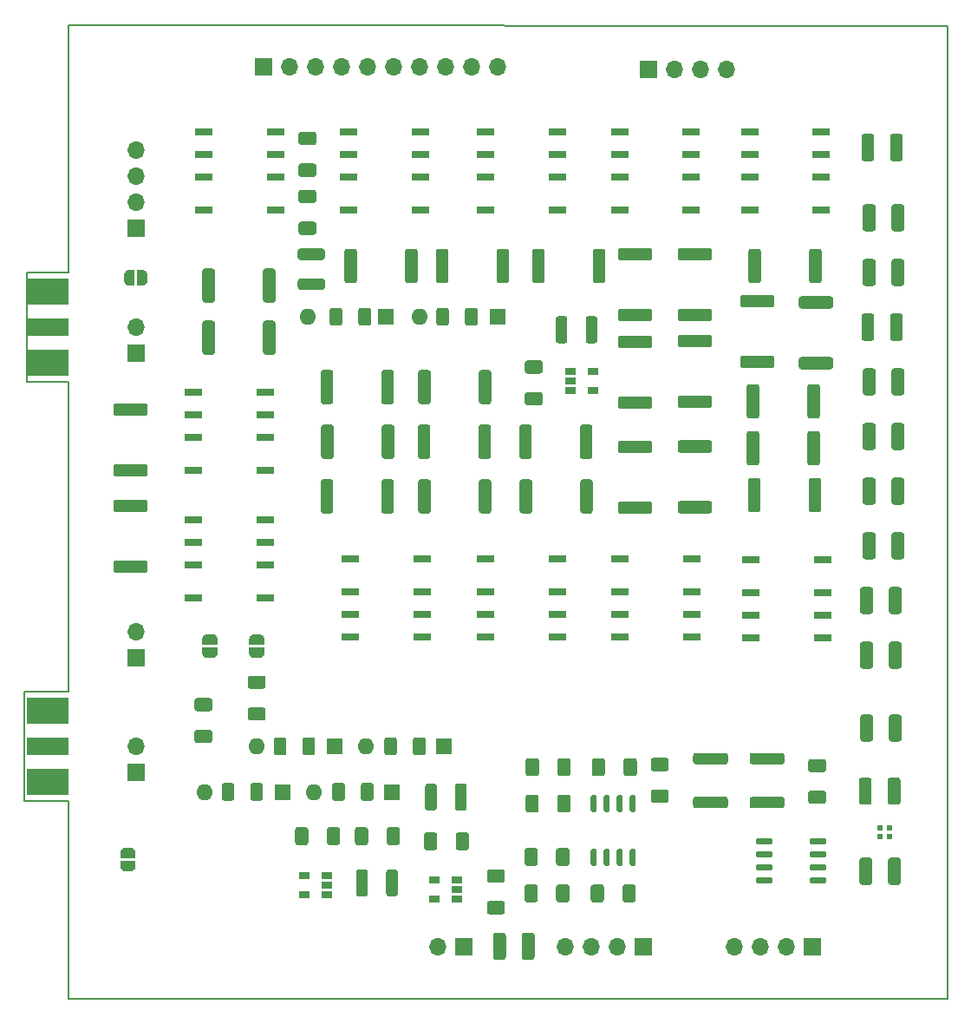
<source format=gbr>
%TF.GenerationSoftware,KiCad,Pcbnew,(5.1.12)-1*%
%TF.CreationDate,2021-11-19T01:02:39+01:00*%
%TF.ProjectId,HF_CaricoVariabile_r00,48465f43-6172-4696-936f-566172696162,rev?*%
%TF.SameCoordinates,Original*%
%TF.FileFunction,Soldermask,Top*%
%TF.FilePolarity,Negative*%
%FSLAX46Y46*%
G04 Gerber Fmt 4.6, Leading zero omitted, Abs format (unit mm)*
G04 Created by KiCad (PCBNEW (5.1.12)-1) date 2021-11-19 01:02:39*
%MOMM*%
%LPD*%
G01*
G04 APERTURE LIST*
%TA.AperFunction,Profile*%
%ADD10C,0.150000*%
%TD*%
%ADD11O,1.700000X1.700000*%
%ADD12R,1.700000X1.700000*%
%ADD13C,0.100000*%
%ADD14R,1.060000X0.650000*%
%ADD15O,1.600000X1.600000*%
%ADD16R,1.600000X1.600000*%
%ADD17R,1.800000X0.800000*%
%ADD18R,0.500000X0.500000*%
%ADD19R,4.190000X2.665000*%
%ADD20R,4.190000X1.780000*%
G04 APERTURE END LIST*
D10*
X151130000Y-160020000D02*
X65278000Y-160020000D01*
X65278000Y-65024000D02*
X65278000Y-89154000D01*
X65278000Y-89154000D02*
X61214000Y-89154000D01*
X65278000Y-130048000D02*
X60960000Y-130048000D01*
X65278000Y-140716000D02*
X60960000Y-140716000D01*
X65278000Y-140716000D02*
X65278000Y-160020000D01*
X151130000Y-65148899D02*
X65278000Y-65024000D01*
X151130000Y-160020000D02*
X151130000Y-65148899D01*
X60960000Y-130048000D02*
X60960000Y-140716000D01*
X65278000Y-99822000D02*
X65278000Y-130048000D01*
X61214000Y-99822000D02*
X65278000Y-99822000D01*
X61214000Y-89154000D02*
X61214000Y-99822000D01*
%TO.C,Rx-Zx2*%
G36*
G01*
X108035600Y-153814200D02*
X108035600Y-155964200D01*
G75*
G02*
X107785600Y-156214200I-250000J0D01*
G01*
X107035600Y-156214200D01*
G75*
G02*
X106785600Y-155964200I0J250000D01*
G01*
X106785600Y-153814200D01*
G75*
G02*
X107035600Y-153564200I250000J0D01*
G01*
X107785600Y-153564200D01*
G75*
G02*
X108035600Y-153814200I0J-250000D01*
G01*
G37*
G36*
G01*
X110835600Y-153814200D02*
X110835600Y-155964200D01*
G75*
G02*
X110585600Y-156214200I-250000J0D01*
G01*
X109835600Y-156214200D01*
G75*
G02*
X109585600Y-155964200I0J250000D01*
G01*
X109585600Y-153814200D01*
G75*
G02*
X109835600Y-153564200I250000J0D01*
G01*
X110585600Y-153564200D01*
G75*
G02*
X110835600Y-153814200I0J-250000D01*
G01*
G37*
%TD*%
D11*
%TO.C,RControl1*%
X107188000Y-69088000D03*
X104648000Y-69088000D03*
X102108000Y-69088000D03*
X99568000Y-69088000D03*
X97028000Y-69088000D03*
X94488000Y-69088000D03*
X91948000Y-69088000D03*
X89408000Y-69088000D03*
X86868000Y-69088000D03*
D12*
X84328000Y-69088000D03*
%TD*%
D13*
%TO.C,GND/GND1*%
G36*
X70370602Y-145766000D02*
G01*
X70370602Y-145741466D01*
X70375412Y-145692635D01*
X70384984Y-145644510D01*
X70399228Y-145597555D01*
X70418005Y-145552222D01*
X70441136Y-145508949D01*
X70468396Y-145468150D01*
X70499524Y-145430221D01*
X70534221Y-145395524D01*
X70572150Y-145364396D01*
X70612949Y-145337136D01*
X70656222Y-145314005D01*
X70701555Y-145295228D01*
X70748510Y-145280984D01*
X70796635Y-145271412D01*
X70845466Y-145266602D01*
X70870000Y-145266602D01*
X70870000Y-145266000D01*
X71370000Y-145266000D01*
X71370000Y-145266602D01*
X71394534Y-145266602D01*
X71443365Y-145271412D01*
X71491490Y-145280984D01*
X71538445Y-145295228D01*
X71583778Y-145314005D01*
X71627051Y-145337136D01*
X71667850Y-145364396D01*
X71705779Y-145395524D01*
X71740476Y-145430221D01*
X71771604Y-145468150D01*
X71798864Y-145508949D01*
X71821995Y-145552222D01*
X71840772Y-145597555D01*
X71855016Y-145644510D01*
X71864588Y-145692635D01*
X71869398Y-145741466D01*
X71869398Y-145766000D01*
X71870000Y-145766000D01*
X71870000Y-146266000D01*
X70370000Y-146266000D01*
X70370000Y-145766000D01*
X70370602Y-145766000D01*
G37*
G36*
X71870000Y-146566000D02*
G01*
X71870000Y-147066000D01*
X71869398Y-147066000D01*
X71869398Y-147090534D01*
X71864588Y-147139365D01*
X71855016Y-147187490D01*
X71840772Y-147234445D01*
X71821995Y-147279778D01*
X71798864Y-147323051D01*
X71771604Y-147363850D01*
X71740476Y-147401779D01*
X71705779Y-147436476D01*
X71667850Y-147467604D01*
X71627051Y-147494864D01*
X71583778Y-147517995D01*
X71538445Y-147536772D01*
X71491490Y-147551016D01*
X71443365Y-147560588D01*
X71394534Y-147565398D01*
X71370000Y-147565398D01*
X71370000Y-147566000D01*
X70870000Y-147566000D01*
X70870000Y-147565398D01*
X70845466Y-147565398D01*
X70796635Y-147560588D01*
X70748510Y-147551016D01*
X70701555Y-147536772D01*
X70656222Y-147517995D01*
X70612949Y-147494864D01*
X70572150Y-147467604D01*
X70534221Y-147436476D01*
X70499524Y-147401779D01*
X70468396Y-147363850D01*
X70441136Y-147323051D01*
X70418005Y-147279778D01*
X70399228Y-147234445D01*
X70384984Y-147187490D01*
X70375412Y-147139365D01*
X70370602Y-147090534D01*
X70370602Y-147066000D01*
X70370000Y-147066000D01*
X70370000Y-146566000D01*
X71870000Y-146566000D01*
G37*
%TD*%
%TO.C,Rx>Rref1*%
G36*
G01*
X145307000Y-140837000D02*
X145307000Y-138687000D01*
G75*
G02*
X145557000Y-138437000I250000J0D01*
G01*
X146307000Y-138437000D01*
G75*
G02*
X146557000Y-138687000I0J-250000D01*
G01*
X146557000Y-140837000D01*
G75*
G02*
X146307000Y-141087000I-250000J0D01*
G01*
X145557000Y-141087000D01*
G75*
G02*
X145307000Y-140837000I0J250000D01*
G01*
G37*
G36*
G01*
X142507000Y-140837000D02*
X142507000Y-138687000D01*
G75*
G02*
X142757000Y-138437000I250000J0D01*
G01*
X143507000Y-138437000D01*
G75*
G02*
X143757000Y-138687000I0J-250000D01*
G01*
X143757000Y-140837000D01*
G75*
G02*
X143507000Y-141087000I-250000J0D01*
G01*
X142757000Y-141087000D01*
G75*
G02*
X142507000Y-140837000I0J250000D01*
G01*
G37*
%TD*%
%TO.C,Rx<Rref1*%
G36*
G01*
X145363000Y-148649000D02*
X145363000Y-146499000D01*
G75*
G02*
X145613000Y-146249000I250000J0D01*
G01*
X146363000Y-146249000D01*
G75*
G02*
X146613000Y-146499000I0J-250000D01*
G01*
X146613000Y-148649000D01*
G75*
G02*
X146363000Y-148899000I-250000J0D01*
G01*
X145613000Y-148899000D01*
G75*
G02*
X145363000Y-148649000I0J250000D01*
G01*
G37*
G36*
G01*
X142563000Y-148649000D02*
X142563000Y-146499000D01*
G75*
G02*
X142813000Y-146249000I250000J0D01*
G01*
X143563000Y-146249000D01*
G75*
G02*
X143813000Y-146499000I0J-250000D01*
G01*
X143813000Y-148649000D01*
G75*
G02*
X143563000Y-148899000I-250000J0D01*
G01*
X142813000Y-148899000D01*
G75*
G02*
X142563000Y-148649000I0J250000D01*
G01*
G37*
%TD*%
D14*
%TO.C,U10*%
X116500000Y-98806000D03*
X116500000Y-100706000D03*
X114300000Y-100706000D03*
X114300000Y-99756000D03*
X114300000Y-98806000D03*
%TD*%
%TO.C,R65*%
G36*
G01*
X89271000Y-82386000D02*
X88021000Y-82386000D01*
G75*
G02*
X87771000Y-82136000I0J250000D01*
G01*
X87771000Y-81336000D01*
G75*
G02*
X88021000Y-81086000I250000J0D01*
G01*
X89271000Y-81086000D01*
G75*
G02*
X89521000Y-81336000I0J-250000D01*
G01*
X89521000Y-82136000D01*
G75*
G02*
X89271000Y-82386000I-250000J0D01*
G01*
G37*
G36*
G01*
X89271000Y-85486000D02*
X88021000Y-85486000D01*
G75*
G02*
X87771000Y-85236000I0J250000D01*
G01*
X87771000Y-84436000D01*
G75*
G02*
X88021000Y-84186000I250000J0D01*
G01*
X89271000Y-84186000D01*
G75*
G02*
X89521000Y-84436000I0J-250000D01*
G01*
X89521000Y-85236000D01*
G75*
G02*
X89271000Y-85486000I-250000J0D01*
G01*
G37*
%TD*%
%TO.C,R64*%
G36*
G01*
X111369000Y-99023000D02*
X110119000Y-99023000D01*
G75*
G02*
X109869000Y-98773000I0J250000D01*
G01*
X109869000Y-97973000D01*
G75*
G02*
X110119000Y-97723000I250000J0D01*
G01*
X111369000Y-97723000D01*
G75*
G02*
X111619000Y-97973000I0J-250000D01*
G01*
X111619000Y-98773000D01*
G75*
G02*
X111369000Y-99023000I-250000J0D01*
G01*
G37*
G36*
G01*
X111369000Y-102123000D02*
X110119000Y-102123000D01*
G75*
G02*
X109869000Y-101873000I0J250000D01*
G01*
X109869000Y-101073000D01*
G75*
G02*
X110119000Y-100823000I250000J0D01*
G01*
X111369000Y-100823000D01*
G75*
G02*
X111619000Y-101073000I0J-250000D01*
G01*
X111619000Y-101873000D01*
G75*
G02*
X111369000Y-102123000I-250000J0D01*
G01*
G37*
%TD*%
%TO.C,R62*%
G36*
G01*
X88021000Y-78523000D02*
X89271000Y-78523000D01*
G75*
G02*
X89521000Y-78773000I0J-250000D01*
G01*
X89521000Y-79573000D01*
G75*
G02*
X89271000Y-79823000I-250000J0D01*
G01*
X88021000Y-79823000D01*
G75*
G02*
X87771000Y-79573000I0J250000D01*
G01*
X87771000Y-78773000D01*
G75*
G02*
X88021000Y-78523000I250000J0D01*
G01*
G37*
G36*
G01*
X88021000Y-75423000D02*
X89271000Y-75423000D01*
G75*
G02*
X89521000Y-75673000I0J-250000D01*
G01*
X89521000Y-76473000D01*
G75*
G02*
X89271000Y-76723000I-250000J0D01*
G01*
X88021000Y-76723000D01*
G75*
G02*
X87771000Y-76473000I0J250000D01*
G01*
X87771000Y-75673000D01*
G75*
G02*
X88021000Y-75423000I250000J0D01*
G01*
G37*
%TD*%
D13*
%TO.C,RF1*%
G36*
X72532000Y-88912602D02*
G01*
X72556534Y-88912602D01*
X72605365Y-88917412D01*
X72653490Y-88926984D01*
X72700445Y-88941228D01*
X72745778Y-88960005D01*
X72789051Y-88983136D01*
X72829850Y-89010396D01*
X72867779Y-89041524D01*
X72902476Y-89076221D01*
X72933604Y-89114150D01*
X72960864Y-89154949D01*
X72983995Y-89198222D01*
X73002772Y-89243555D01*
X73017016Y-89290510D01*
X73026588Y-89338635D01*
X73031398Y-89387466D01*
X73031398Y-89412000D01*
X73032000Y-89412000D01*
X73032000Y-89912000D01*
X73031398Y-89912000D01*
X73031398Y-89936534D01*
X73026588Y-89985365D01*
X73017016Y-90033490D01*
X73002772Y-90080445D01*
X72983995Y-90125778D01*
X72960864Y-90169051D01*
X72933604Y-90209850D01*
X72902476Y-90247779D01*
X72867779Y-90282476D01*
X72829850Y-90313604D01*
X72789051Y-90340864D01*
X72745778Y-90363995D01*
X72700445Y-90382772D01*
X72653490Y-90397016D01*
X72605365Y-90406588D01*
X72556534Y-90411398D01*
X72532000Y-90411398D01*
X72532000Y-90412000D01*
X72032000Y-90412000D01*
X72032000Y-88912000D01*
X72532000Y-88912000D01*
X72532000Y-88912602D01*
G37*
G36*
X71732000Y-90412000D02*
G01*
X71232000Y-90412000D01*
X71232000Y-90411398D01*
X71207466Y-90411398D01*
X71158635Y-90406588D01*
X71110510Y-90397016D01*
X71063555Y-90382772D01*
X71018222Y-90363995D01*
X70974949Y-90340864D01*
X70934150Y-90313604D01*
X70896221Y-90282476D01*
X70861524Y-90247779D01*
X70830396Y-90209850D01*
X70803136Y-90169051D01*
X70780005Y-90125778D01*
X70761228Y-90080445D01*
X70746984Y-90033490D01*
X70737412Y-89985365D01*
X70732602Y-89936534D01*
X70732602Y-89912000D01*
X70732000Y-89912000D01*
X70732000Y-89412000D01*
X70732602Y-89412000D01*
X70732602Y-89387466D01*
X70737412Y-89338635D01*
X70746984Y-89290510D01*
X70761228Y-89243555D01*
X70780005Y-89198222D01*
X70803136Y-89154949D01*
X70830396Y-89114150D01*
X70861524Y-89076221D01*
X70896221Y-89041524D01*
X70934150Y-89010396D01*
X70974949Y-88983136D01*
X71018222Y-88960005D01*
X71063555Y-88941228D01*
X71110510Y-88926984D01*
X71158635Y-88917412D01*
X71207466Y-88912602D01*
X71232000Y-88912602D01*
X71232000Y-88912000D01*
X71732000Y-88912000D01*
X71732000Y-90412000D01*
G37*
%TD*%
D15*
%TO.C,D15*%
X99568000Y-93472000D03*
D16*
X107188000Y-93472000D03*
%TD*%
%TO.C,D14*%
G36*
G01*
X102479000Y-92847000D02*
X102479000Y-94097000D01*
G75*
G02*
X102229000Y-94347000I-250000J0D01*
G01*
X101479000Y-94347000D01*
G75*
G02*
X101229000Y-94097000I0J250000D01*
G01*
X101229000Y-92847000D01*
G75*
G02*
X101479000Y-92597000I250000J0D01*
G01*
X102229000Y-92597000D01*
G75*
G02*
X102479000Y-92847000I0J-250000D01*
G01*
G37*
G36*
G01*
X105279000Y-92847000D02*
X105279000Y-94097000D01*
G75*
G02*
X105029000Y-94347000I-250000J0D01*
G01*
X104279000Y-94347000D01*
G75*
G02*
X104029000Y-94097000I0J250000D01*
G01*
X104029000Y-92847000D01*
G75*
G02*
X104279000Y-92597000I250000J0D01*
G01*
X105029000Y-92597000D01*
G75*
G02*
X105279000Y-92847000I0J-250000D01*
G01*
G37*
%TD*%
%TO.C,D13*%
G36*
G01*
X92065000Y-92847000D02*
X92065000Y-94097000D01*
G75*
G02*
X91815000Y-94347000I-250000J0D01*
G01*
X91065000Y-94347000D01*
G75*
G02*
X90815000Y-94097000I0J250000D01*
G01*
X90815000Y-92847000D01*
G75*
G02*
X91065000Y-92597000I250000J0D01*
G01*
X91815000Y-92597000D01*
G75*
G02*
X92065000Y-92847000I0J-250000D01*
G01*
G37*
G36*
G01*
X94865000Y-92847000D02*
X94865000Y-94097000D01*
G75*
G02*
X94615000Y-94347000I-250000J0D01*
G01*
X93865000Y-94347000D01*
G75*
G02*
X93615000Y-94097000I0J250000D01*
G01*
X93615000Y-92847000D01*
G75*
G02*
X93865000Y-92597000I250000J0D01*
G01*
X94615000Y-92597000D01*
G75*
G02*
X94865000Y-92847000I0J-250000D01*
G01*
G37*
%TD*%
D15*
%TO.C,D12*%
X88646000Y-93472000D03*
D16*
X96266000Y-93472000D03*
%TD*%
%TO.C,C16*%
G36*
G01*
X87951999Y-89738500D02*
X90102001Y-89738500D01*
G75*
G02*
X90352000Y-89988499I0J-249999D01*
G01*
X90352000Y-90613501D01*
G75*
G02*
X90102001Y-90863500I-249999J0D01*
G01*
X87951999Y-90863500D01*
G75*
G02*
X87702000Y-90613501I0J249999D01*
G01*
X87702000Y-89988499D01*
G75*
G02*
X87951999Y-89738500I249999J0D01*
G01*
G37*
G36*
G01*
X87951999Y-86813500D02*
X90102001Y-86813500D01*
G75*
G02*
X90352000Y-87063499I0J-249999D01*
G01*
X90352000Y-87688501D01*
G75*
G02*
X90102001Y-87938500I-249999J0D01*
G01*
X87951999Y-87938500D01*
G75*
G02*
X87702000Y-87688501I0J249999D01*
G01*
X87702000Y-87063499D01*
G75*
G02*
X87951999Y-86813500I249999J0D01*
G01*
G37*
%TD*%
%TO.C,Rx-Zx1*%
G36*
G01*
X145431000Y-134679000D02*
X145431000Y-132529000D01*
G75*
G02*
X145681000Y-132279000I250000J0D01*
G01*
X146431000Y-132279000D01*
G75*
G02*
X146681000Y-132529000I0J-250000D01*
G01*
X146681000Y-134679000D01*
G75*
G02*
X146431000Y-134929000I-250000J0D01*
G01*
X145681000Y-134929000D01*
G75*
G02*
X145431000Y-134679000I0J250000D01*
G01*
G37*
G36*
G01*
X142631000Y-134679000D02*
X142631000Y-132529000D01*
G75*
G02*
X142881000Y-132279000I250000J0D01*
G01*
X143631000Y-132279000D01*
G75*
G02*
X143881000Y-132529000I0J-250000D01*
G01*
X143881000Y-134679000D01*
G75*
G02*
X143631000Y-134929000I-250000J0D01*
G01*
X142881000Y-134929000D01*
G75*
G02*
X142631000Y-134679000I0J250000D01*
G01*
G37*
%TD*%
D11*
%TO.C,Mode1*%
X71882000Y-77216000D03*
X71882000Y-79756000D03*
X71882000Y-82296000D03*
D12*
X71882000Y-84836000D03*
%TD*%
D17*
%TO.C,CC/RF1*%
X84526000Y-120894000D03*
X84526000Y-117694000D03*
X84526000Y-115494000D03*
X84526000Y-113294000D03*
X77526000Y-113294000D03*
X77526000Y-115494000D03*
X77526000Y-117694000D03*
X77526000Y-120894000D03*
%TD*%
%TO.C,Load/WB2*%
G36*
G01*
X145555000Y-78037000D02*
X145555000Y-75887000D01*
G75*
G02*
X145805000Y-75637000I250000J0D01*
G01*
X146555000Y-75637000D01*
G75*
G02*
X146805000Y-75887000I0J-250000D01*
G01*
X146805000Y-78037000D01*
G75*
G02*
X146555000Y-78287000I-250000J0D01*
G01*
X145805000Y-78287000D01*
G75*
G02*
X145555000Y-78037000I0J250000D01*
G01*
G37*
G36*
G01*
X142755000Y-78037000D02*
X142755000Y-75887000D01*
G75*
G02*
X143005000Y-75637000I250000J0D01*
G01*
X143755000Y-75637000D01*
G75*
G02*
X144005000Y-75887000I0J-250000D01*
G01*
X144005000Y-78037000D01*
G75*
G02*
X143755000Y-78287000I-250000J0D01*
G01*
X143005000Y-78287000D01*
G75*
G02*
X142755000Y-78037000I0J250000D01*
G01*
G37*
%TD*%
%TO.C,D11*%
G36*
G01*
X92319000Y-139202000D02*
X92319000Y-140452000D01*
G75*
G02*
X92069000Y-140702000I-250000J0D01*
G01*
X91319000Y-140702000D01*
G75*
G02*
X91069000Y-140452000I0J250000D01*
G01*
X91069000Y-139202000D01*
G75*
G02*
X91319000Y-138952000I250000J0D01*
G01*
X92069000Y-138952000D01*
G75*
G02*
X92319000Y-139202000I0J-250000D01*
G01*
G37*
G36*
G01*
X95119000Y-139202000D02*
X95119000Y-140452000D01*
G75*
G02*
X94869000Y-140702000I-250000J0D01*
G01*
X94119000Y-140702000D01*
G75*
G02*
X93869000Y-140452000I0J250000D01*
G01*
X93869000Y-139202000D01*
G75*
G02*
X94119000Y-138952000I250000J0D01*
G01*
X94869000Y-138952000D01*
G75*
G02*
X95119000Y-139202000I0J-250000D01*
G01*
G37*
%TD*%
%TO.C,D10*%
G36*
G01*
X97396000Y-134757000D02*
X97396000Y-136007000D01*
G75*
G02*
X97146000Y-136257000I-250000J0D01*
G01*
X96396000Y-136257000D01*
G75*
G02*
X96146000Y-136007000I0J250000D01*
G01*
X96146000Y-134757000D01*
G75*
G02*
X96396000Y-134507000I250000J0D01*
G01*
X97146000Y-134507000D01*
G75*
G02*
X97396000Y-134757000I0J-250000D01*
G01*
G37*
G36*
G01*
X100196000Y-134757000D02*
X100196000Y-136007000D01*
G75*
G02*
X99946000Y-136257000I-250000J0D01*
G01*
X99196000Y-136257000D01*
G75*
G02*
X98946000Y-136007000I0J250000D01*
G01*
X98946000Y-134757000D01*
G75*
G02*
X99196000Y-134507000I250000J0D01*
G01*
X99946000Y-134507000D01*
G75*
G02*
X100196000Y-134757000I0J-250000D01*
G01*
G37*
%TD*%
%TO.C,D9*%
G36*
G01*
X81518000Y-139202000D02*
X81518000Y-140452000D01*
G75*
G02*
X81268000Y-140702000I-250000J0D01*
G01*
X80518000Y-140702000D01*
G75*
G02*
X80268000Y-140452000I0J250000D01*
G01*
X80268000Y-139202000D01*
G75*
G02*
X80518000Y-138952000I250000J0D01*
G01*
X81268000Y-138952000D01*
G75*
G02*
X81518000Y-139202000I0J-250000D01*
G01*
G37*
G36*
G01*
X84318000Y-139202000D02*
X84318000Y-140452000D01*
G75*
G02*
X84068000Y-140702000I-250000J0D01*
G01*
X83318000Y-140702000D01*
G75*
G02*
X83068000Y-140452000I0J250000D01*
G01*
X83068000Y-139202000D01*
G75*
G02*
X83318000Y-138952000I250000J0D01*
G01*
X84068000Y-138952000D01*
G75*
G02*
X84318000Y-139202000I0J-250000D01*
G01*
G37*
%TD*%
%TO.C,D8*%
G36*
G01*
X86601000Y-134757000D02*
X86601000Y-136007000D01*
G75*
G02*
X86351000Y-136257000I-250000J0D01*
G01*
X85601000Y-136257000D01*
G75*
G02*
X85351000Y-136007000I0J250000D01*
G01*
X85351000Y-134757000D01*
G75*
G02*
X85601000Y-134507000I250000J0D01*
G01*
X86351000Y-134507000D01*
G75*
G02*
X86601000Y-134757000I0J-250000D01*
G01*
G37*
G36*
G01*
X89401000Y-134757000D02*
X89401000Y-136007000D01*
G75*
G02*
X89151000Y-136257000I-250000J0D01*
G01*
X88401000Y-136257000D01*
G75*
G02*
X88151000Y-136007000I0J250000D01*
G01*
X88151000Y-134757000D01*
G75*
G02*
X88401000Y-134507000I250000J0D01*
G01*
X89151000Y-134507000D01*
G75*
G02*
X89401000Y-134757000I0J-250000D01*
G01*
G37*
%TD*%
%TO.C,80R1*%
G36*
G01*
X145679000Y-106231000D02*
X145679000Y-104081000D01*
G75*
G02*
X145929000Y-103831000I250000J0D01*
G01*
X146679000Y-103831000D01*
G75*
G02*
X146929000Y-104081000I0J-250000D01*
G01*
X146929000Y-106231000D01*
G75*
G02*
X146679000Y-106481000I-250000J0D01*
G01*
X145929000Y-106481000D01*
G75*
G02*
X145679000Y-106231000I0J250000D01*
G01*
G37*
G36*
G01*
X142879000Y-106231000D02*
X142879000Y-104081000D01*
G75*
G02*
X143129000Y-103831000I250000J0D01*
G01*
X143879000Y-103831000D01*
G75*
G02*
X144129000Y-104081000I0J-250000D01*
G01*
X144129000Y-106231000D01*
G75*
G02*
X143879000Y-106481000I-250000J0D01*
G01*
X143129000Y-106481000D01*
G75*
G02*
X142879000Y-106231000I0J250000D01*
G01*
G37*
%TD*%
%TO.C,640R1*%
G36*
G01*
X145425000Y-122233000D02*
X145425000Y-120083000D01*
G75*
G02*
X145675000Y-119833000I250000J0D01*
G01*
X146425000Y-119833000D01*
G75*
G02*
X146675000Y-120083000I0J-250000D01*
G01*
X146675000Y-122233000D01*
G75*
G02*
X146425000Y-122483000I-250000J0D01*
G01*
X145675000Y-122483000D01*
G75*
G02*
X145425000Y-122233000I0J250000D01*
G01*
G37*
G36*
G01*
X142625000Y-122233000D02*
X142625000Y-120083000D01*
G75*
G02*
X142875000Y-119833000I250000J0D01*
G01*
X143625000Y-119833000D01*
G75*
G02*
X143875000Y-120083000I0J-250000D01*
G01*
X143875000Y-122233000D01*
G75*
G02*
X143625000Y-122483000I-250000J0D01*
G01*
X142875000Y-122483000D01*
G75*
G02*
X142625000Y-122233000I0J250000D01*
G01*
G37*
%TD*%
%TO.C,5R1*%
G36*
G01*
X145679000Y-84895000D02*
X145679000Y-82745000D01*
G75*
G02*
X145929000Y-82495000I250000J0D01*
G01*
X146679000Y-82495000D01*
G75*
G02*
X146929000Y-82745000I0J-250000D01*
G01*
X146929000Y-84895000D01*
G75*
G02*
X146679000Y-85145000I-250000J0D01*
G01*
X145929000Y-85145000D01*
G75*
G02*
X145679000Y-84895000I0J250000D01*
G01*
G37*
G36*
G01*
X142879000Y-84895000D02*
X142879000Y-82745000D01*
G75*
G02*
X143129000Y-82495000I250000J0D01*
G01*
X143879000Y-82495000D01*
G75*
G02*
X144129000Y-82745000I0J-250000D01*
G01*
X144129000Y-84895000D01*
G75*
G02*
X143879000Y-85145000I-250000J0D01*
G01*
X143129000Y-85145000D01*
G75*
G02*
X142879000Y-84895000I0J250000D01*
G01*
G37*
%TD*%
%TO.C,40R1*%
G36*
G01*
X145685000Y-100897000D02*
X145685000Y-98747000D01*
G75*
G02*
X145935000Y-98497000I250000J0D01*
G01*
X146685000Y-98497000D01*
G75*
G02*
X146935000Y-98747000I0J-250000D01*
G01*
X146935000Y-100897000D01*
G75*
G02*
X146685000Y-101147000I-250000J0D01*
G01*
X145935000Y-101147000D01*
G75*
G02*
X145685000Y-100897000I0J250000D01*
G01*
G37*
G36*
G01*
X142885000Y-100897000D02*
X142885000Y-98747000D01*
G75*
G02*
X143135000Y-98497000I250000J0D01*
G01*
X143885000Y-98497000D01*
G75*
G02*
X144135000Y-98747000I0J-250000D01*
G01*
X144135000Y-100897000D01*
G75*
G02*
X143885000Y-101147000I-250000J0D01*
G01*
X143135000Y-101147000D01*
G75*
G02*
X142885000Y-100897000I0J250000D01*
G01*
G37*
%TD*%
%TO.C,320R1*%
G36*
G01*
X145679000Y-116899000D02*
X145679000Y-114749000D01*
G75*
G02*
X145929000Y-114499000I250000J0D01*
G01*
X146679000Y-114499000D01*
G75*
G02*
X146929000Y-114749000I0J-250000D01*
G01*
X146929000Y-116899000D01*
G75*
G02*
X146679000Y-117149000I-250000J0D01*
G01*
X145929000Y-117149000D01*
G75*
G02*
X145679000Y-116899000I0J250000D01*
G01*
G37*
G36*
G01*
X142879000Y-116899000D02*
X142879000Y-114749000D01*
G75*
G02*
X143129000Y-114499000I250000J0D01*
G01*
X143879000Y-114499000D01*
G75*
G02*
X144129000Y-114749000I0J-250000D01*
G01*
X144129000Y-116899000D01*
G75*
G02*
X143879000Y-117149000I-250000J0D01*
G01*
X143129000Y-117149000D01*
G75*
G02*
X142879000Y-116899000I0J250000D01*
G01*
G37*
%TD*%
%TO.C,20R1*%
G36*
G01*
X145555000Y-95563000D02*
X145555000Y-93413000D01*
G75*
G02*
X145805000Y-93163000I250000J0D01*
G01*
X146555000Y-93163000D01*
G75*
G02*
X146805000Y-93413000I0J-250000D01*
G01*
X146805000Y-95563000D01*
G75*
G02*
X146555000Y-95813000I-250000J0D01*
G01*
X145805000Y-95813000D01*
G75*
G02*
X145555000Y-95563000I0J250000D01*
G01*
G37*
G36*
G01*
X142755000Y-95563000D02*
X142755000Y-93413000D01*
G75*
G02*
X143005000Y-93163000I250000J0D01*
G01*
X143755000Y-93163000D01*
G75*
G02*
X144005000Y-93413000I0J-250000D01*
G01*
X144005000Y-95563000D01*
G75*
G02*
X143755000Y-95813000I-250000J0D01*
G01*
X143005000Y-95813000D01*
G75*
G02*
X142755000Y-95563000I0J250000D01*
G01*
G37*
%TD*%
%TO.C,160R1*%
G36*
G01*
X145679000Y-111565000D02*
X145679000Y-109415000D01*
G75*
G02*
X145929000Y-109165000I250000J0D01*
G01*
X146679000Y-109165000D01*
G75*
G02*
X146929000Y-109415000I0J-250000D01*
G01*
X146929000Y-111565000D01*
G75*
G02*
X146679000Y-111815000I-250000J0D01*
G01*
X145929000Y-111815000D01*
G75*
G02*
X145679000Y-111565000I0J250000D01*
G01*
G37*
G36*
G01*
X142879000Y-111565000D02*
X142879000Y-109415000D01*
G75*
G02*
X143129000Y-109165000I250000J0D01*
G01*
X143879000Y-109165000D01*
G75*
G02*
X144129000Y-109415000I0J-250000D01*
G01*
X144129000Y-111565000D01*
G75*
G02*
X143879000Y-111815000I-250000J0D01*
G01*
X143129000Y-111815000D01*
G75*
G02*
X142879000Y-111565000I0J250000D01*
G01*
G37*
%TD*%
%TO.C,1280R1*%
G36*
G01*
X145425000Y-127567000D02*
X145425000Y-125417000D01*
G75*
G02*
X145675000Y-125167000I250000J0D01*
G01*
X146425000Y-125167000D01*
G75*
G02*
X146675000Y-125417000I0J-250000D01*
G01*
X146675000Y-127567000D01*
G75*
G02*
X146425000Y-127817000I-250000J0D01*
G01*
X145675000Y-127817000D01*
G75*
G02*
X145425000Y-127567000I0J250000D01*
G01*
G37*
G36*
G01*
X142625000Y-127567000D02*
X142625000Y-125417000D01*
G75*
G02*
X142875000Y-125167000I250000J0D01*
G01*
X143625000Y-125167000D01*
G75*
G02*
X143875000Y-125417000I0J-250000D01*
G01*
X143875000Y-127567000D01*
G75*
G02*
X143625000Y-127817000I-250000J0D01*
G01*
X142875000Y-127817000D01*
G75*
G02*
X142625000Y-127567000I0J250000D01*
G01*
G37*
%TD*%
%TO.C,10R1*%
G36*
G01*
X145679000Y-90229000D02*
X145679000Y-88079000D01*
G75*
G02*
X145929000Y-87829000I250000J0D01*
G01*
X146679000Y-87829000D01*
G75*
G02*
X146929000Y-88079000I0J-250000D01*
G01*
X146929000Y-90229000D01*
G75*
G02*
X146679000Y-90479000I-250000J0D01*
G01*
X145929000Y-90479000D01*
G75*
G02*
X145679000Y-90229000I0J250000D01*
G01*
G37*
G36*
G01*
X142879000Y-90229000D02*
X142879000Y-88079000D01*
G75*
G02*
X143129000Y-87829000I250000J0D01*
G01*
X143879000Y-87829000D01*
G75*
G02*
X144129000Y-88079000I0J-250000D01*
G01*
X144129000Y-90229000D01*
G75*
G02*
X143879000Y-90479000I-250000J0D01*
G01*
X143129000Y-90479000D01*
G75*
G02*
X142879000Y-90229000I0J250000D01*
G01*
G37*
%TD*%
D11*
%TO.C,WB-Comparator1*%
X113792000Y-154940000D03*
X116332000Y-154940000D03*
X118872000Y-154940000D03*
D12*
X121412000Y-154940000D03*
%TD*%
%TO.C,U8*%
G36*
G01*
X134090000Y-148313000D02*
X134090000Y-148613000D01*
G75*
G02*
X133940000Y-148763000I-150000J0D01*
G01*
X132590000Y-148763000D01*
G75*
G02*
X132440000Y-148613000I0J150000D01*
G01*
X132440000Y-148313000D01*
G75*
G02*
X132590000Y-148163000I150000J0D01*
G01*
X133940000Y-148163000D01*
G75*
G02*
X134090000Y-148313000I0J-150000D01*
G01*
G37*
G36*
G01*
X134090000Y-147043000D02*
X134090000Y-147343000D01*
G75*
G02*
X133940000Y-147493000I-150000J0D01*
G01*
X132590000Y-147493000D01*
G75*
G02*
X132440000Y-147343000I0J150000D01*
G01*
X132440000Y-147043000D01*
G75*
G02*
X132590000Y-146893000I150000J0D01*
G01*
X133940000Y-146893000D01*
G75*
G02*
X134090000Y-147043000I0J-150000D01*
G01*
G37*
G36*
G01*
X134090000Y-145773000D02*
X134090000Y-146073000D01*
G75*
G02*
X133940000Y-146223000I-150000J0D01*
G01*
X132590000Y-146223000D01*
G75*
G02*
X132440000Y-146073000I0J150000D01*
G01*
X132440000Y-145773000D01*
G75*
G02*
X132590000Y-145623000I150000J0D01*
G01*
X133940000Y-145623000D01*
G75*
G02*
X134090000Y-145773000I0J-150000D01*
G01*
G37*
G36*
G01*
X134090000Y-144503000D02*
X134090000Y-144803000D01*
G75*
G02*
X133940000Y-144953000I-150000J0D01*
G01*
X132590000Y-144953000D01*
G75*
G02*
X132440000Y-144803000I0J150000D01*
G01*
X132440000Y-144503000D01*
G75*
G02*
X132590000Y-144353000I150000J0D01*
G01*
X133940000Y-144353000D01*
G75*
G02*
X134090000Y-144503000I0J-150000D01*
G01*
G37*
G36*
G01*
X139340000Y-144503000D02*
X139340000Y-144803000D01*
G75*
G02*
X139190000Y-144953000I-150000J0D01*
G01*
X137840000Y-144953000D01*
G75*
G02*
X137690000Y-144803000I0J150000D01*
G01*
X137690000Y-144503000D01*
G75*
G02*
X137840000Y-144353000I150000J0D01*
G01*
X139190000Y-144353000D01*
G75*
G02*
X139340000Y-144503000I0J-150000D01*
G01*
G37*
G36*
G01*
X139340000Y-145773000D02*
X139340000Y-146073000D01*
G75*
G02*
X139190000Y-146223000I-150000J0D01*
G01*
X137840000Y-146223000D01*
G75*
G02*
X137690000Y-146073000I0J150000D01*
G01*
X137690000Y-145773000D01*
G75*
G02*
X137840000Y-145623000I150000J0D01*
G01*
X139190000Y-145623000D01*
G75*
G02*
X139340000Y-145773000I0J-150000D01*
G01*
G37*
G36*
G01*
X139340000Y-147043000D02*
X139340000Y-147343000D01*
G75*
G02*
X139190000Y-147493000I-150000J0D01*
G01*
X137840000Y-147493000D01*
G75*
G02*
X137690000Y-147343000I0J150000D01*
G01*
X137690000Y-147043000D01*
G75*
G02*
X137840000Y-146893000I150000J0D01*
G01*
X139190000Y-146893000D01*
G75*
G02*
X139340000Y-147043000I0J-150000D01*
G01*
G37*
G36*
G01*
X139340000Y-148313000D02*
X139340000Y-148613000D01*
G75*
G02*
X139190000Y-148763000I-150000J0D01*
G01*
X137840000Y-148763000D01*
G75*
G02*
X137690000Y-148613000I0J150000D01*
G01*
X137690000Y-148313000D01*
G75*
G02*
X137840000Y-148163000I150000J0D01*
G01*
X139190000Y-148163000D01*
G75*
G02*
X139340000Y-148313000I0J-150000D01*
G01*
G37*
%TD*%
%TO.C,U6*%
G36*
G01*
X120246000Y-145395000D02*
X120546000Y-145395000D01*
G75*
G02*
X120696000Y-145545000I0J-150000D01*
G01*
X120696000Y-146895000D01*
G75*
G02*
X120546000Y-147045000I-150000J0D01*
G01*
X120246000Y-147045000D01*
G75*
G02*
X120096000Y-146895000I0J150000D01*
G01*
X120096000Y-145545000D01*
G75*
G02*
X120246000Y-145395000I150000J0D01*
G01*
G37*
G36*
G01*
X118976000Y-145395000D02*
X119276000Y-145395000D01*
G75*
G02*
X119426000Y-145545000I0J-150000D01*
G01*
X119426000Y-146895000D01*
G75*
G02*
X119276000Y-147045000I-150000J0D01*
G01*
X118976000Y-147045000D01*
G75*
G02*
X118826000Y-146895000I0J150000D01*
G01*
X118826000Y-145545000D01*
G75*
G02*
X118976000Y-145395000I150000J0D01*
G01*
G37*
G36*
G01*
X117706000Y-145395000D02*
X118006000Y-145395000D01*
G75*
G02*
X118156000Y-145545000I0J-150000D01*
G01*
X118156000Y-146895000D01*
G75*
G02*
X118006000Y-147045000I-150000J0D01*
G01*
X117706000Y-147045000D01*
G75*
G02*
X117556000Y-146895000I0J150000D01*
G01*
X117556000Y-145545000D01*
G75*
G02*
X117706000Y-145395000I150000J0D01*
G01*
G37*
G36*
G01*
X116436000Y-145395000D02*
X116736000Y-145395000D01*
G75*
G02*
X116886000Y-145545000I0J-150000D01*
G01*
X116886000Y-146895000D01*
G75*
G02*
X116736000Y-147045000I-150000J0D01*
G01*
X116436000Y-147045000D01*
G75*
G02*
X116286000Y-146895000I0J150000D01*
G01*
X116286000Y-145545000D01*
G75*
G02*
X116436000Y-145395000I150000J0D01*
G01*
G37*
G36*
G01*
X116436000Y-140145000D02*
X116736000Y-140145000D01*
G75*
G02*
X116886000Y-140295000I0J-150000D01*
G01*
X116886000Y-141645000D01*
G75*
G02*
X116736000Y-141795000I-150000J0D01*
G01*
X116436000Y-141795000D01*
G75*
G02*
X116286000Y-141645000I0J150000D01*
G01*
X116286000Y-140295000D01*
G75*
G02*
X116436000Y-140145000I150000J0D01*
G01*
G37*
G36*
G01*
X117706000Y-140145000D02*
X118006000Y-140145000D01*
G75*
G02*
X118156000Y-140295000I0J-150000D01*
G01*
X118156000Y-141645000D01*
G75*
G02*
X118006000Y-141795000I-150000J0D01*
G01*
X117706000Y-141795000D01*
G75*
G02*
X117556000Y-141645000I0J150000D01*
G01*
X117556000Y-140295000D01*
G75*
G02*
X117706000Y-140145000I150000J0D01*
G01*
G37*
G36*
G01*
X118976000Y-140145000D02*
X119276000Y-140145000D01*
G75*
G02*
X119426000Y-140295000I0J-150000D01*
G01*
X119426000Y-141645000D01*
G75*
G02*
X119276000Y-141795000I-150000J0D01*
G01*
X118976000Y-141795000D01*
G75*
G02*
X118826000Y-141645000I0J150000D01*
G01*
X118826000Y-140295000D01*
G75*
G02*
X118976000Y-140145000I150000J0D01*
G01*
G37*
G36*
G01*
X120246000Y-140145000D02*
X120546000Y-140145000D01*
G75*
G02*
X120696000Y-140295000I0J-150000D01*
G01*
X120696000Y-141645000D01*
G75*
G02*
X120546000Y-141795000I-150000J0D01*
G01*
X120246000Y-141795000D01*
G75*
G02*
X120096000Y-141645000I0J150000D01*
G01*
X120096000Y-140295000D01*
G75*
G02*
X120246000Y-140145000I150000J0D01*
G01*
G37*
%TD*%
%TO.C,D6*%
G36*
G01*
X132078999Y-140299000D02*
X134979001Y-140299000D01*
G75*
G02*
X135229000Y-140548999I0J-249999D01*
G01*
X135229000Y-141174001D01*
G75*
G02*
X134979001Y-141424000I-249999J0D01*
G01*
X132078999Y-141424000D01*
G75*
G02*
X131829000Y-141174001I0J249999D01*
G01*
X131829000Y-140548999D01*
G75*
G02*
X132078999Y-140299000I249999J0D01*
G01*
G37*
G36*
G01*
X132078999Y-136024000D02*
X134979001Y-136024000D01*
G75*
G02*
X135229000Y-136273999I0J-249999D01*
G01*
X135229000Y-136899001D01*
G75*
G02*
X134979001Y-137149000I-249999J0D01*
G01*
X132078999Y-137149000D01*
G75*
G02*
X131829000Y-136899001I0J249999D01*
G01*
X131829000Y-136273999D01*
G75*
G02*
X132078999Y-136024000I249999J0D01*
G01*
G37*
%TD*%
%TO.C,D5*%
G36*
G01*
X126565999Y-140299000D02*
X129466001Y-140299000D01*
G75*
G02*
X129716000Y-140548999I0J-249999D01*
G01*
X129716000Y-141174001D01*
G75*
G02*
X129466001Y-141424000I-249999J0D01*
G01*
X126565999Y-141424000D01*
G75*
G02*
X126316000Y-141174001I0J249999D01*
G01*
X126316000Y-140548999D01*
G75*
G02*
X126565999Y-140299000I249999J0D01*
G01*
G37*
G36*
G01*
X126565999Y-136024000D02*
X129466001Y-136024000D01*
G75*
G02*
X129716000Y-136273999I0J-249999D01*
G01*
X129716000Y-136899001D01*
G75*
G02*
X129466001Y-137149000I-249999J0D01*
G01*
X126565999Y-137149000D01*
G75*
G02*
X126316000Y-136899001I0J249999D01*
G01*
X126316000Y-136273999D01*
G75*
G02*
X126565999Y-136024000I249999J0D01*
G01*
G37*
%TD*%
D11*
%TO.C,RF-WB-CCLevel1*%
X130302000Y-154940000D03*
X132842000Y-154940000D03*
X135382000Y-154940000D03*
D12*
X137922000Y-154940000D03*
%TD*%
D13*
%TO.C,Ref.1*%
G36*
X79870398Y-126253000D02*
G01*
X79870398Y-126277534D01*
X79865588Y-126326365D01*
X79856016Y-126374490D01*
X79841772Y-126421445D01*
X79822995Y-126466778D01*
X79799864Y-126510051D01*
X79772604Y-126550850D01*
X79741476Y-126588779D01*
X79706779Y-126623476D01*
X79668850Y-126654604D01*
X79628051Y-126681864D01*
X79584778Y-126704995D01*
X79539445Y-126723772D01*
X79492490Y-126738016D01*
X79444365Y-126747588D01*
X79395534Y-126752398D01*
X79371000Y-126752398D01*
X79371000Y-126753000D01*
X78871000Y-126753000D01*
X78871000Y-126752398D01*
X78846466Y-126752398D01*
X78797635Y-126747588D01*
X78749510Y-126738016D01*
X78702555Y-126723772D01*
X78657222Y-126704995D01*
X78613949Y-126681864D01*
X78573150Y-126654604D01*
X78535221Y-126623476D01*
X78500524Y-126588779D01*
X78469396Y-126550850D01*
X78442136Y-126510051D01*
X78419005Y-126466778D01*
X78400228Y-126421445D01*
X78385984Y-126374490D01*
X78376412Y-126326365D01*
X78371602Y-126277534D01*
X78371602Y-126253000D01*
X78371000Y-126253000D01*
X78371000Y-125753000D01*
X79871000Y-125753000D01*
X79871000Y-126253000D01*
X79870398Y-126253000D01*
G37*
G36*
X78371000Y-125453000D02*
G01*
X78371000Y-124953000D01*
X78371602Y-124953000D01*
X78371602Y-124928466D01*
X78376412Y-124879635D01*
X78385984Y-124831510D01*
X78400228Y-124784555D01*
X78419005Y-124739222D01*
X78442136Y-124695949D01*
X78469396Y-124655150D01*
X78500524Y-124617221D01*
X78535221Y-124582524D01*
X78573150Y-124551396D01*
X78613949Y-124524136D01*
X78657222Y-124501005D01*
X78702555Y-124482228D01*
X78749510Y-124467984D01*
X78797635Y-124458412D01*
X78846466Y-124453602D01*
X78871000Y-124453602D01*
X78871000Y-124453000D01*
X79371000Y-124453000D01*
X79371000Y-124453602D01*
X79395534Y-124453602D01*
X79444365Y-124458412D01*
X79492490Y-124467984D01*
X79539445Y-124482228D01*
X79584778Y-124501005D01*
X79628051Y-124524136D01*
X79668850Y-124551396D01*
X79706779Y-124582524D01*
X79741476Y-124617221D01*
X79772604Y-124655150D01*
X79799864Y-124695949D01*
X79822995Y-124739222D01*
X79841772Y-124784555D01*
X79856016Y-124831510D01*
X79865588Y-124879635D01*
X79870398Y-124928466D01*
X79870398Y-124953000D01*
X79871000Y-124953000D01*
X79871000Y-125453000D01*
X78371000Y-125453000D01*
G37*
%TD*%
%TO.C,R58*%
G36*
G01*
X139055000Y-137911000D02*
X137805000Y-137911000D01*
G75*
G02*
X137555000Y-137661000I0J250000D01*
G01*
X137555000Y-136861000D01*
G75*
G02*
X137805000Y-136611000I250000J0D01*
G01*
X139055000Y-136611000D01*
G75*
G02*
X139305000Y-136861000I0J-250000D01*
G01*
X139305000Y-137661000D01*
G75*
G02*
X139055000Y-137911000I-250000J0D01*
G01*
G37*
G36*
G01*
X139055000Y-141011000D02*
X137805000Y-141011000D01*
G75*
G02*
X137555000Y-140761000I0J250000D01*
G01*
X137555000Y-139961000D01*
G75*
G02*
X137805000Y-139711000I250000J0D01*
G01*
X139055000Y-139711000D01*
G75*
G02*
X139305000Y-139961000I0J-250000D01*
G01*
X139305000Y-140761000D01*
G75*
G02*
X139055000Y-141011000I-250000J0D01*
G01*
G37*
%TD*%
%TO.C,R56*%
G36*
G01*
X122438000Y-139610000D02*
X123688000Y-139610000D01*
G75*
G02*
X123938000Y-139860000I0J-250000D01*
G01*
X123938000Y-140660000D01*
G75*
G02*
X123688000Y-140910000I-250000J0D01*
G01*
X122438000Y-140910000D01*
G75*
G02*
X122188000Y-140660000I0J250000D01*
G01*
X122188000Y-139860000D01*
G75*
G02*
X122438000Y-139610000I250000J0D01*
G01*
G37*
G36*
G01*
X122438000Y-136510000D02*
X123688000Y-136510000D01*
G75*
G02*
X123938000Y-136760000I0J-250000D01*
G01*
X123938000Y-137560000D01*
G75*
G02*
X123688000Y-137810000I-250000J0D01*
G01*
X122438000Y-137810000D01*
G75*
G02*
X122188000Y-137560000I0J250000D01*
G01*
X122188000Y-136760000D01*
G75*
G02*
X122438000Y-136510000I250000J0D01*
G01*
G37*
%TD*%
%TO.C,Meas.1*%
G36*
X84442398Y-126268000D02*
G01*
X84442398Y-126292534D01*
X84437588Y-126341365D01*
X84428016Y-126389490D01*
X84413772Y-126436445D01*
X84394995Y-126481778D01*
X84371864Y-126525051D01*
X84344604Y-126565850D01*
X84313476Y-126603779D01*
X84278779Y-126638476D01*
X84240850Y-126669604D01*
X84200051Y-126696864D01*
X84156778Y-126719995D01*
X84111445Y-126738772D01*
X84064490Y-126753016D01*
X84016365Y-126762588D01*
X83967534Y-126767398D01*
X83943000Y-126767398D01*
X83943000Y-126768000D01*
X83443000Y-126768000D01*
X83443000Y-126767398D01*
X83418466Y-126767398D01*
X83369635Y-126762588D01*
X83321510Y-126753016D01*
X83274555Y-126738772D01*
X83229222Y-126719995D01*
X83185949Y-126696864D01*
X83145150Y-126669604D01*
X83107221Y-126638476D01*
X83072524Y-126603779D01*
X83041396Y-126565850D01*
X83014136Y-126525051D01*
X82991005Y-126481778D01*
X82972228Y-126436445D01*
X82957984Y-126389490D01*
X82948412Y-126341365D01*
X82943602Y-126292534D01*
X82943602Y-126268000D01*
X82943000Y-126268000D01*
X82943000Y-125768000D01*
X84443000Y-125768000D01*
X84443000Y-126268000D01*
X84442398Y-126268000D01*
G37*
G36*
X82943000Y-125468000D02*
G01*
X82943000Y-124968000D01*
X82943602Y-124968000D01*
X82943602Y-124943466D01*
X82948412Y-124894635D01*
X82957984Y-124846510D01*
X82972228Y-124799555D01*
X82991005Y-124754222D01*
X83014136Y-124710949D01*
X83041396Y-124670150D01*
X83072524Y-124632221D01*
X83107221Y-124597524D01*
X83145150Y-124566396D01*
X83185949Y-124539136D01*
X83229222Y-124516005D01*
X83274555Y-124497228D01*
X83321510Y-124482984D01*
X83369635Y-124473412D01*
X83418466Y-124468602D01*
X83443000Y-124468602D01*
X83443000Y-124468000D01*
X83943000Y-124468000D01*
X83943000Y-124468602D01*
X83967534Y-124468602D01*
X84016365Y-124473412D01*
X84064490Y-124482984D01*
X84111445Y-124497228D01*
X84156778Y-124516005D01*
X84200051Y-124539136D01*
X84240850Y-124566396D01*
X84278779Y-124597524D01*
X84313476Y-124632221D01*
X84344604Y-124670150D01*
X84371864Y-124710949D01*
X84394995Y-124754222D01*
X84413772Y-124799555D01*
X84428016Y-124846510D01*
X84437588Y-124894635D01*
X84442398Y-124943466D01*
X84442398Y-124968000D01*
X84443000Y-124968000D01*
X84443000Y-125468000D01*
X82943000Y-125468000D01*
G37*
%TD*%
D18*
%TO.C,D7*%
X144584000Y-144214000D03*
X145484000Y-144214000D03*
X145484000Y-143314000D03*
X144584000Y-143314000D03*
%TD*%
%TO.C,C15*%
G36*
G01*
X114035000Y-93666999D02*
X114035000Y-95817001D01*
G75*
G02*
X113785001Y-96067000I-249999J0D01*
G01*
X113159999Y-96067000D01*
G75*
G02*
X112910000Y-95817001I0J249999D01*
G01*
X112910000Y-93666999D01*
G75*
G02*
X113159999Y-93417000I249999J0D01*
G01*
X113785001Y-93417000D01*
G75*
G02*
X114035000Y-93666999I0J-249999D01*
G01*
G37*
G36*
G01*
X116960000Y-93666999D02*
X116960000Y-95817001D01*
G75*
G02*
X116710001Y-96067000I-249999J0D01*
G01*
X116084999Y-96067000D01*
G75*
G02*
X115835000Y-95817001I0J249999D01*
G01*
X115835000Y-93666999D01*
G75*
G02*
X116084999Y-93417000I249999J0D01*
G01*
X116710001Y-93417000D01*
G75*
G02*
X116960000Y-93666999I0J-249999D01*
G01*
G37*
%TD*%
D14*
%TO.C,U1*%
X103251000Y-150302000D03*
X103251000Y-149352000D03*
X103251000Y-148402000D03*
X101051000Y-148402000D03*
X101051000Y-150302000D03*
%TD*%
%TO.C,R55*%
G36*
G01*
X117617000Y-149108000D02*
X117617000Y-150358000D01*
G75*
G02*
X117367000Y-150608000I-250000J0D01*
G01*
X116567000Y-150608000D01*
G75*
G02*
X116317000Y-150358000I0J250000D01*
G01*
X116317000Y-149108000D01*
G75*
G02*
X116567000Y-148858000I250000J0D01*
G01*
X117367000Y-148858000D01*
G75*
G02*
X117617000Y-149108000I0J-250000D01*
G01*
G37*
G36*
G01*
X120717000Y-149108000D02*
X120717000Y-150358000D01*
G75*
G02*
X120467000Y-150608000I-250000J0D01*
G01*
X119667000Y-150608000D01*
G75*
G02*
X119417000Y-150358000I0J250000D01*
G01*
X119417000Y-149108000D01*
G75*
G02*
X119667000Y-148858000I250000J0D01*
G01*
X120467000Y-148858000D01*
G75*
G02*
X120717000Y-149108000I0J-250000D01*
G01*
G37*
%TD*%
%TO.C,R54*%
G36*
G01*
X112940000Y-150358000D02*
X112940000Y-149108000D01*
G75*
G02*
X113190000Y-148858000I250000J0D01*
G01*
X113990000Y-148858000D01*
G75*
G02*
X114240000Y-149108000I0J-250000D01*
G01*
X114240000Y-150358000D01*
G75*
G02*
X113990000Y-150608000I-250000J0D01*
G01*
X113190000Y-150608000D01*
G75*
G02*
X112940000Y-150358000I0J250000D01*
G01*
G37*
G36*
G01*
X109840000Y-150358000D02*
X109840000Y-149108000D01*
G75*
G02*
X110090000Y-148858000I250000J0D01*
G01*
X110890000Y-148858000D01*
G75*
G02*
X111140000Y-149108000I0J-250000D01*
G01*
X111140000Y-150358000D01*
G75*
G02*
X110890000Y-150608000I-250000J0D01*
G01*
X110090000Y-150608000D01*
G75*
G02*
X109840000Y-150358000I0J250000D01*
G01*
G37*
%TD*%
%TO.C,R52*%
G36*
G01*
X113067000Y-138039000D02*
X113067000Y-136789000D01*
G75*
G02*
X113317000Y-136539000I250000J0D01*
G01*
X114117000Y-136539000D01*
G75*
G02*
X114367000Y-136789000I0J-250000D01*
G01*
X114367000Y-138039000D01*
G75*
G02*
X114117000Y-138289000I-250000J0D01*
G01*
X113317000Y-138289000D01*
G75*
G02*
X113067000Y-138039000I0J250000D01*
G01*
G37*
G36*
G01*
X109967000Y-138039000D02*
X109967000Y-136789000D01*
G75*
G02*
X110217000Y-136539000I250000J0D01*
G01*
X111017000Y-136539000D01*
G75*
G02*
X111267000Y-136789000I0J-250000D01*
G01*
X111267000Y-138039000D01*
G75*
G02*
X111017000Y-138289000I-250000J0D01*
G01*
X110217000Y-138289000D01*
G75*
G02*
X109967000Y-138039000I0J250000D01*
G01*
G37*
%TD*%
%TO.C,R51*%
G36*
G01*
X112940000Y-146802000D02*
X112940000Y-145552000D01*
G75*
G02*
X113190000Y-145302000I250000J0D01*
G01*
X113990000Y-145302000D01*
G75*
G02*
X114240000Y-145552000I0J-250000D01*
G01*
X114240000Y-146802000D01*
G75*
G02*
X113990000Y-147052000I-250000J0D01*
G01*
X113190000Y-147052000D01*
G75*
G02*
X112940000Y-146802000I0J250000D01*
G01*
G37*
G36*
G01*
X109840000Y-146802000D02*
X109840000Y-145552000D01*
G75*
G02*
X110090000Y-145302000I250000J0D01*
G01*
X110890000Y-145302000D01*
G75*
G02*
X111140000Y-145552000I0J-250000D01*
G01*
X111140000Y-146802000D01*
G75*
G02*
X110890000Y-147052000I-250000J0D01*
G01*
X110090000Y-147052000D01*
G75*
G02*
X109840000Y-146802000I0J250000D01*
G01*
G37*
%TD*%
%TO.C,R50*%
G36*
G01*
X113041000Y-141595000D02*
X113041000Y-140345000D01*
G75*
G02*
X113291000Y-140095000I250000J0D01*
G01*
X114091000Y-140095000D01*
G75*
G02*
X114341000Y-140345000I0J-250000D01*
G01*
X114341000Y-141595000D01*
G75*
G02*
X114091000Y-141845000I-250000J0D01*
G01*
X113291000Y-141845000D01*
G75*
G02*
X113041000Y-141595000I0J250000D01*
G01*
G37*
G36*
G01*
X109941000Y-141595000D02*
X109941000Y-140345000D01*
G75*
G02*
X110191000Y-140095000I250000J0D01*
G01*
X110991000Y-140095000D01*
G75*
G02*
X111241000Y-140345000I0J-250000D01*
G01*
X111241000Y-141595000D01*
G75*
G02*
X110991000Y-141845000I-250000J0D01*
G01*
X110191000Y-141845000D01*
G75*
G02*
X109941000Y-141595000I0J250000D01*
G01*
G37*
%TD*%
%TO.C,R49*%
G36*
G01*
X101335000Y-144028000D02*
X101335000Y-145278000D01*
G75*
G02*
X101085000Y-145528000I-250000J0D01*
G01*
X100285000Y-145528000D01*
G75*
G02*
X100035000Y-145278000I0J250000D01*
G01*
X100035000Y-144028000D01*
G75*
G02*
X100285000Y-143778000I250000J0D01*
G01*
X101085000Y-143778000D01*
G75*
G02*
X101335000Y-144028000I0J-250000D01*
G01*
G37*
G36*
G01*
X104435000Y-144028000D02*
X104435000Y-145278000D01*
G75*
G02*
X104185000Y-145528000I-250000J0D01*
G01*
X103385000Y-145528000D01*
G75*
G02*
X103135000Y-145278000I0J250000D01*
G01*
X103135000Y-144028000D01*
G75*
G02*
X103385000Y-143778000I250000J0D01*
G01*
X104185000Y-143778000D01*
G75*
G02*
X104435000Y-144028000I0J-250000D01*
G01*
G37*
%TD*%
%TO.C,R47*%
G36*
G01*
X88736000Y-143520000D02*
X88736000Y-144770000D01*
G75*
G02*
X88486000Y-145020000I-250000J0D01*
G01*
X87686000Y-145020000D01*
G75*
G02*
X87436000Y-144770000I0J250000D01*
G01*
X87436000Y-143520000D01*
G75*
G02*
X87686000Y-143270000I250000J0D01*
G01*
X88486000Y-143270000D01*
G75*
G02*
X88736000Y-143520000I0J-250000D01*
G01*
G37*
G36*
G01*
X91836000Y-143520000D02*
X91836000Y-144770000D01*
G75*
G02*
X91586000Y-145020000I-250000J0D01*
G01*
X90786000Y-145020000D01*
G75*
G02*
X90536000Y-144770000I0J250000D01*
G01*
X90536000Y-143520000D01*
G75*
G02*
X90786000Y-143270000I250000J0D01*
G01*
X91586000Y-143270000D01*
G75*
G02*
X91836000Y-143520000I0J-250000D01*
G01*
G37*
%TD*%
%TO.C,R46*%
G36*
G01*
X106436000Y-150480000D02*
X107686000Y-150480000D01*
G75*
G02*
X107936000Y-150730000I0J-250000D01*
G01*
X107936000Y-151530000D01*
G75*
G02*
X107686000Y-151780000I-250000J0D01*
G01*
X106436000Y-151780000D01*
G75*
G02*
X106186000Y-151530000I0J250000D01*
G01*
X106186000Y-150730000D01*
G75*
G02*
X106436000Y-150480000I250000J0D01*
G01*
G37*
G36*
G01*
X106436000Y-147380000D02*
X107686000Y-147380000D01*
G75*
G02*
X107936000Y-147630000I0J-250000D01*
G01*
X107936000Y-148430000D01*
G75*
G02*
X107686000Y-148680000I-250000J0D01*
G01*
X106436000Y-148680000D01*
G75*
G02*
X106186000Y-148430000I0J250000D01*
G01*
X106186000Y-147630000D01*
G75*
G02*
X106436000Y-147380000I250000J0D01*
G01*
G37*
%TD*%
%TO.C,R45*%
G36*
G01*
X83068000Y-131583000D02*
X84318000Y-131583000D01*
G75*
G02*
X84568000Y-131833000I0J-250000D01*
G01*
X84568000Y-132633000D01*
G75*
G02*
X84318000Y-132883000I-250000J0D01*
G01*
X83068000Y-132883000D01*
G75*
G02*
X82818000Y-132633000I0J250000D01*
G01*
X82818000Y-131833000D01*
G75*
G02*
X83068000Y-131583000I250000J0D01*
G01*
G37*
G36*
G01*
X83068000Y-128483000D02*
X84318000Y-128483000D01*
G75*
G02*
X84568000Y-128733000I0J-250000D01*
G01*
X84568000Y-129533000D01*
G75*
G02*
X84318000Y-129783000I-250000J0D01*
G01*
X83068000Y-129783000D01*
G75*
G02*
X82818000Y-129533000I0J250000D01*
G01*
X82818000Y-128733000D01*
G75*
G02*
X83068000Y-128483000I250000J0D01*
G01*
G37*
%TD*%
D15*
%TO.C,D4*%
X89281000Y-139827000D03*
D16*
X96901000Y-139827000D03*
%TD*%
D15*
%TO.C,D3*%
X94361000Y-135382000D03*
D16*
X101981000Y-135382000D03*
%TD*%
D15*
%TO.C,D2*%
X78613000Y-139827000D03*
D16*
X86233000Y-139827000D03*
%TD*%
D15*
%TO.C,D1*%
X83693000Y-135382000D03*
D16*
X91313000Y-135382000D03*
%TD*%
%TO.C,C8*%
G36*
G01*
X94538500Y-147641999D02*
X94538500Y-149792001D01*
G75*
G02*
X94288501Y-150042000I-249999J0D01*
G01*
X93663499Y-150042000D01*
G75*
G02*
X93413500Y-149792001I0J249999D01*
G01*
X93413500Y-147641999D01*
G75*
G02*
X93663499Y-147392000I249999J0D01*
G01*
X94288501Y-147392000D01*
G75*
G02*
X94538500Y-147641999I0J-249999D01*
G01*
G37*
G36*
G01*
X97463500Y-147641999D02*
X97463500Y-149792001D01*
G75*
G02*
X97213501Y-150042000I-249999J0D01*
G01*
X96588499Y-150042000D01*
G75*
G02*
X96338500Y-149792001I0J249999D01*
G01*
X96338500Y-147641999D01*
G75*
G02*
X96588499Y-147392000I249999J0D01*
G01*
X97213501Y-147392000D01*
G75*
G02*
X97463500Y-147641999I0J-249999D01*
G01*
G37*
%TD*%
%TO.C,C7*%
G36*
G01*
X101270000Y-139259999D02*
X101270000Y-141410001D01*
G75*
G02*
X101020001Y-141660000I-249999J0D01*
G01*
X100394999Y-141660000D01*
G75*
G02*
X100145000Y-141410001I0J249999D01*
G01*
X100145000Y-139259999D01*
G75*
G02*
X100394999Y-139010000I249999J0D01*
G01*
X101020001Y-139010000D01*
G75*
G02*
X101270000Y-139259999I0J-249999D01*
G01*
G37*
G36*
G01*
X104195000Y-139259999D02*
X104195000Y-141410001D01*
G75*
G02*
X103945001Y-141660000I-249999J0D01*
G01*
X103319999Y-141660000D01*
G75*
G02*
X103070000Y-141410001I0J249999D01*
G01*
X103070000Y-139259999D01*
G75*
G02*
X103319999Y-139010000I249999J0D01*
G01*
X103945001Y-139010000D01*
G75*
G02*
X104195000Y-139259999I0J-249999D01*
G01*
G37*
%TD*%
D14*
%TO.C,U7*%
X88308000Y-149860000D03*
X88308000Y-147960000D03*
X90508000Y-147960000D03*
X90508000Y-148910000D03*
X90508000Y-149860000D03*
%TD*%
%TO.C,R57*%
G36*
G01*
X117718000Y-136789000D02*
X117718000Y-138039000D01*
G75*
G02*
X117468000Y-138289000I-250000J0D01*
G01*
X116668000Y-138289000D01*
G75*
G02*
X116418000Y-138039000I0J250000D01*
G01*
X116418000Y-136789000D01*
G75*
G02*
X116668000Y-136539000I250000J0D01*
G01*
X117468000Y-136539000D01*
G75*
G02*
X117718000Y-136789000I0J-250000D01*
G01*
G37*
G36*
G01*
X120818000Y-136789000D02*
X120818000Y-138039000D01*
G75*
G02*
X120568000Y-138289000I-250000J0D01*
G01*
X119768000Y-138289000D01*
G75*
G02*
X119518000Y-138039000I0J250000D01*
G01*
X119518000Y-136789000D01*
G75*
G02*
X119768000Y-136539000I250000J0D01*
G01*
X120568000Y-136539000D01*
G75*
G02*
X120818000Y-136789000I0J-250000D01*
G01*
G37*
%TD*%
%TO.C,R53*%
G36*
G01*
X94578000Y-143520000D02*
X94578000Y-144770000D01*
G75*
G02*
X94328000Y-145020000I-250000J0D01*
G01*
X93528000Y-145020000D01*
G75*
G02*
X93278000Y-144770000I0J250000D01*
G01*
X93278000Y-143520000D01*
G75*
G02*
X93528000Y-143270000I250000J0D01*
G01*
X94328000Y-143270000D01*
G75*
G02*
X94578000Y-143520000I0J-250000D01*
G01*
G37*
G36*
G01*
X97678000Y-143520000D02*
X97678000Y-144770000D01*
G75*
G02*
X97428000Y-145020000I-250000J0D01*
G01*
X96628000Y-145020000D01*
G75*
G02*
X96378000Y-144770000I0J250000D01*
G01*
X96378000Y-143520000D01*
G75*
G02*
X96628000Y-143270000I250000J0D01*
G01*
X97428000Y-143270000D01*
G75*
G02*
X97678000Y-143520000I0J-250000D01*
G01*
G37*
%TD*%
%TO.C,R48*%
G36*
G01*
X77861000Y-133768000D02*
X79111000Y-133768000D01*
G75*
G02*
X79361000Y-134018000I0J-250000D01*
G01*
X79361000Y-134818000D01*
G75*
G02*
X79111000Y-135068000I-250000J0D01*
G01*
X77861000Y-135068000D01*
G75*
G02*
X77611000Y-134818000I0J250000D01*
G01*
X77611000Y-134018000D01*
G75*
G02*
X77861000Y-133768000I250000J0D01*
G01*
G37*
G36*
G01*
X77861000Y-130668000D02*
X79111000Y-130668000D01*
G75*
G02*
X79361000Y-130918000I0J-250000D01*
G01*
X79361000Y-131718000D01*
G75*
G02*
X79111000Y-131968000I-250000J0D01*
G01*
X77861000Y-131968000D01*
G75*
G02*
X77611000Y-131718000I0J250000D01*
G01*
X77611000Y-130918000D01*
G75*
G02*
X77861000Y-130668000I250000J0D01*
G01*
G37*
%TD*%
D11*
%TO.C,Power1*%
X101346000Y-154940000D03*
D12*
X103886000Y-154940000D03*
%TD*%
D11*
%TO.C,I2C-Reset1*%
X129540000Y-69342000D03*
X127000000Y-69342000D03*
X124460000Y-69342000D03*
D12*
X121920000Y-69342000D03*
%TD*%
%TO.C,R43*%
G36*
G01*
X95863500Y-101755000D02*
X95863500Y-98905000D01*
G75*
G02*
X96113500Y-98655000I250000J0D01*
G01*
X96838500Y-98655000D01*
G75*
G02*
X97088500Y-98905000I0J-250000D01*
G01*
X97088500Y-101755000D01*
G75*
G02*
X96838500Y-102005000I-250000J0D01*
G01*
X96113500Y-102005000D01*
G75*
G02*
X95863500Y-101755000I0J250000D01*
G01*
G37*
G36*
G01*
X89938500Y-101755000D02*
X89938500Y-98905000D01*
G75*
G02*
X90188500Y-98655000I250000J0D01*
G01*
X90913500Y-98655000D01*
G75*
G02*
X91163500Y-98905000I0J-250000D01*
G01*
X91163500Y-101755000D01*
G75*
G02*
X90913500Y-102005000I-250000J0D01*
G01*
X90188500Y-102005000D01*
G75*
G02*
X89938500Y-101755000I0J250000D01*
G01*
G37*
%TD*%
%TO.C,R42*%
G36*
G01*
X91207500Y-104239000D02*
X91207500Y-107089000D01*
G75*
G02*
X90957500Y-107339000I-250000J0D01*
G01*
X90232500Y-107339000D01*
G75*
G02*
X89982500Y-107089000I0J250000D01*
G01*
X89982500Y-104239000D01*
G75*
G02*
X90232500Y-103989000I250000J0D01*
G01*
X90957500Y-103989000D01*
G75*
G02*
X91207500Y-104239000I0J-250000D01*
G01*
G37*
G36*
G01*
X97132500Y-104239000D02*
X97132500Y-107089000D01*
G75*
G02*
X96882500Y-107339000I-250000J0D01*
G01*
X96157500Y-107339000D01*
G75*
G02*
X95907500Y-107089000I0J250000D01*
G01*
X95907500Y-104239000D01*
G75*
G02*
X96157500Y-103989000I250000J0D01*
G01*
X96882500Y-103989000D01*
G75*
G02*
X97132500Y-104239000I0J-250000D01*
G01*
G37*
%TD*%
%TO.C,R41*%
G36*
G01*
X115294000Y-112423000D02*
X115294000Y-109573000D01*
G75*
G02*
X115544000Y-109323000I250000J0D01*
G01*
X116269000Y-109323000D01*
G75*
G02*
X116519000Y-109573000I0J-250000D01*
G01*
X116519000Y-112423000D01*
G75*
G02*
X116269000Y-112673000I-250000J0D01*
G01*
X115544000Y-112673000D01*
G75*
G02*
X115294000Y-112423000I0J250000D01*
G01*
G37*
G36*
G01*
X109369000Y-112423000D02*
X109369000Y-109573000D01*
G75*
G02*
X109619000Y-109323000I250000J0D01*
G01*
X110344000Y-109323000D01*
G75*
G02*
X110594000Y-109573000I0J-250000D01*
G01*
X110594000Y-112423000D01*
G75*
G02*
X110344000Y-112673000I-250000J0D01*
G01*
X109619000Y-112673000D01*
G75*
G02*
X109369000Y-112423000I0J250000D01*
G01*
G37*
%TD*%
%TO.C,R40*%
G36*
G01*
X115253000Y-107089000D02*
X115253000Y-104239000D01*
G75*
G02*
X115503000Y-103989000I250000J0D01*
G01*
X116228000Y-103989000D01*
G75*
G02*
X116478000Y-104239000I0J-250000D01*
G01*
X116478000Y-107089000D01*
G75*
G02*
X116228000Y-107339000I-250000J0D01*
G01*
X115503000Y-107339000D01*
G75*
G02*
X115253000Y-107089000I0J250000D01*
G01*
G37*
G36*
G01*
X109328000Y-107089000D02*
X109328000Y-104239000D01*
G75*
G02*
X109578000Y-103989000I250000J0D01*
G01*
X110303000Y-103989000D01*
G75*
G02*
X110553000Y-104239000I0J-250000D01*
G01*
X110553000Y-107089000D01*
G75*
G02*
X110303000Y-107339000I-250000J0D01*
G01*
X109578000Y-107339000D01*
G75*
G02*
X109328000Y-107089000I0J250000D01*
G01*
G37*
%TD*%
%TO.C,R39*%
G36*
G01*
X125067000Y-111443000D02*
X127917000Y-111443000D01*
G75*
G02*
X128167000Y-111693000I0J-250000D01*
G01*
X128167000Y-112418000D01*
G75*
G02*
X127917000Y-112668000I-250000J0D01*
G01*
X125067000Y-112668000D01*
G75*
G02*
X124817000Y-112418000I0J250000D01*
G01*
X124817000Y-111693000D01*
G75*
G02*
X125067000Y-111443000I250000J0D01*
G01*
G37*
G36*
G01*
X125067000Y-105518000D02*
X127917000Y-105518000D01*
G75*
G02*
X128167000Y-105768000I0J-250000D01*
G01*
X128167000Y-106493000D01*
G75*
G02*
X127917000Y-106743000I-250000J0D01*
G01*
X125067000Y-106743000D01*
G75*
G02*
X124817000Y-106493000I0J250000D01*
G01*
X124817000Y-105768000D01*
G75*
G02*
X125067000Y-105518000I250000J0D01*
G01*
G37*
%TD*%
%TO.C,R18*%
G36*
G01*
X137478000Y-103152000D02*
X137478000Y-100302000D01*
G75*
G02*
X137728000Y-100052000I250000J0D01*
G01*
X138453000Y-100052000D01*
G75*
G02*
X138703000Y-100302000I0J-250000D01*
G01*
X138703000Y-103152000D01*
G75*
G02*
X138453000Y-103402000I-250000J0D01*
G01*
X137728000Y-103402000D01*
G75*
G02*
X137478000Y-103152000I0J250000D01*
G01*
G37*
G36*
G01*
X131553000Y-103152000D02*
X131553000Y-100302000D01*
G75*
G02*
X131803000Y-100052000I250000J0D01*
G01*
X132528000Y-100052000D01*
G75*
G02*
X132778000Y-100302000I0J-250000D01*
G01*
X132778000Y-103152000D01*
G75*
G02*
X132528000Y-103402000I-250000J0D01*
G01*
X131803000Y-103402000D01*
G75*
G02*
X131553000Y-103152000I0J250000D01*
G01*
G37*
%TD*%
%TO.C,R7*%
G36*
G01*
X137605000Y-112296000D02*
X137605000Y-109446000D01*
G75*
G02*
X137855000Y-109196000I250000J0D01*
G01*
X138580000Y-109196000D01*
G75*
G02*
X138830000Y-109446000I0J-250000D01*
G01*
X138830000Y-112296000D01*
G75*
G02*
X138580000Y-112546000I-250000J0D01*
G01*
X137855000Y-112546000D01*
G75*
G02*
X137605000Y-112296000I0J250000D01*
G01*
G37*
G36*
G01*
X131680000Y-112296000D02*
X131680000Y-109446000D01*
G75*
G02*
X131930000Y-109196000I250000J0D01*
G01*
X132655000Y-109196000D01*
G75*
G02*
X132905000Y-109446000I0J-250000D01*
G01*
X132905000Y-112296000D01*
G75*
G02*
X132655000Y-112546000I-250000J0D01*
G01*
X131930000Y-112546000D01*
G75*
G02*
X131680000Y-112296000I0J250000D01*
G01*
G37*
%TD*%
%TO.C,R38*%
G36*
G01*
X134013000Y-92560500D02*
X131163000Y-92560500D01*
G75*
G02*
X130913000Y-92310500I0J250000D01*
G01*
X130913000Y-91585500D01*
G75*
G02*
X131163000Y-91335500I250000J0D01*
G01*
X134013000Y-91335500D01*
G75*
G02*
X134263000Y-91585500I0J-250000D01*
G01*
X134263000Y-92310500D01*
G75*
G02*
X134013000Y-92560500I-250000J0D01*
G01*
G37*
G36*
G01*
X134013000Y-98485500D02*
X131163000Y-98485500D01*
G75*
G02*
X130913000Y-98235500I0J250000D01*
G01*
X130913000Y-97510500D01*
G75*
G02*
X131163000Y-97260500I250000J0D01*
G01*
X134013000Y-97260500D01*
G75*
G02*
X134263000Y-97510500I0J-250000D01*
G01*
X134263000Y-98235500D01*
G75*
G02*
X134013000Y-98485500I-250000J0D01*
G01*
G37*
%TD*%
%TO.C,R37*%
G36*
G01*
X127917000Y-87988500D02*
X125067000Y-87988500D01*
G75*
G02*
X124817000Y-87738500I0J250000D01*
G01*
X124817000Y-87013500D01*
G75*
G02*
X125067000Y-86763500I250000J0D01*
G01*
X127917000Y-86763500D01*
G75*
G02*
X128167000Y-87013500I0J-250000D01*
G01*
X128167000Y-87738500D01*
G75*
G02*
X127917000Y-87988500I-250000J0D01*
G01*
G37*
G36*
G01*
X127917000Y-93913500D02*
X125067000Y-93913500D01*
G75*
G02*
X124817000Y-93663500I0J250000D01*
G01*
X124817000Y-92938500D01*
G75*
G02*
X125067000Y-92688500I250000J0D01*
G01*
X127917000Y-92688500D01*
G75*
G02*
X128167000Y-92938500I0J-250000D01*
G01*
X128167000Y-93663500D01*
G75*
G02*
X127917000Y-93913500I-250000J0D01*
G01*
G37*
%TD*%
%TO.C,R36*%
G36*
G01*
X125067000Y-101156000D02*
X127917000Y-101156000D01*
G75*
G02*
X128167000Y-101406000I0J-250000D01*
G01*
X128167000Y-102131000D01*
G75*
G02*
X127917000Y-102381000I-250000J0D01*
G01*
X125067000Y-102381000D01*
G75*
G02*
X124817000Y-102131000I0J250000D01*
G01*
X124817000Y-101406000D01*
G75*
G02*
X125067000Y-101156000I250000J0D01*
G01*
G37*
G36*
G01*
X125067000Y-95231000D02*
X127917000Y-95231000D01*
G75*
G02*
X128167000Y-95481000I0J-250000D01*
G01*
X128167000Y-96206000D01*
G75*
G02*
X127917000Y-96456000I-250000J0D01*
G01*
X125067000Y-96456000D01*
G75*
G02*
X124817000Y-96206000I0J250000D01*
G01*
X124817000Y-95481000D01*
G75*
G02*
X125067000Y-95231000I250000J0D01*
G01*
G37*
%TD*%
%TO.C,R35*%
G36*
G01*
X122075000Y-96541500D02*
X119225000Y-96541500D01*
G75*
G02*
X118975000Y-96291500I0J250000D01*
G01*
X118975000Y-95566500D01*
G75*
G02*
X119225000Y-95316500I250000J0D01*
G01*
X122075000Y-95316500D01*
G75*
G02*
X122325000Y-95566500I0J-250000D01*
G01*
X122325000Y-96291500D01*
G75*
G02*
X122075000Y-96541500I-250000J0D01*
G01*
G37*
G36*
G01*
X122075000Y-102466500D02*
X119225000Y-102466500D01*
G75*
G02*
X118975000Y-102216500I0J250000D01*
G01*
X118975000Y-101491500D01*
G75*
G02*
X119225000Y-101241500I250000J0D01*
G01*
X122075000Y-101241500D01*
G75*
G02*
X122325000Y-101491500I0J-250000D01*
G01*
X122325000Y-102216500D01*
G75*
G02*
X122075000Y-102466500I-250000J0D01*
G01*
G37*
%TD*%
%TO.C,R12*%
G36*
G01*
X122075000Y-87988500D02*
X119225000Y-87988500D01*
G75*
G02*
X118975000Y-87738500I0J250000D01*
G01*
X118975000Y-87013500D01*
G75*
G02*
X119225000Y-86763500I250000J0D01*
G01*
X122075000Y-86763500D01*
G75*
G02*
X122325000Y-87013500I0J-250000D01*
G01*
X122325000Y-87738500D01*
G75*
G02*
X122075000Y-87988500I-250000J0D01*
G01*
G37*
G36*
G01*
X122075000Y-93913500D02*
X119225000Y-93913500D01*
G75*
G02*
X118975000Y-93663500I0J250000D01*
G01*
X118975000Y-92938500D01*
G75*
G02*
X119225000Y-92688500I250000J0D01*
G01*
X122075000Y-92688500D01*
G75*
G02*
X122325000Y-92938500I0J-250000D01*
G01*
X122325000Y-93663500D01*
G75*
G02*
X122075000Y-93913500I-250000J0D01*
G01*
G37*
%TD*%
%TO.C,R10*%
G36*
G01*
X116523000Y-89944000D02*
X116523000Y-87094000D01*
G75*
G02*
X116773000Y-86844000I250000J0D01*
G01*
X117498000Y-86844000D01*
G75*
G02*
X117748000Y-87094000I0J-250000D01*
G01*
X117748000Y-89944000D01*
G75*
G02*
X117498000Y-90194000I-250000J0D01*
G01*
X116773000Y-90194000D01*
G75*
G02*
X116523000Y-89944000I0J250000D01*
G01*
G37*
G36*
G01*
X110598000Y-89944000D02*
X110598000Y-87094000D01*
G75*
G02*
X110848000Y-86844000I250000J0D01*
G01*
X111573000Y-86844000D01*
G75*
G02*
X111823000Y-87094000I0J-250000D01*
G01*
X111823000Y-89944000D01*
G75*
G02*
X111573000Y-90194000I-250000J0D01*
G01*
X110848000Y-90194000D01*
G75*
G02*
X110598000Y-89944000I0J250000D01*
G01*
G37*
%TD*%
%TO.C,R8*%
G36*
G01*
X102425000Y-87094000D02*
X102425000Y-89944000D01*
G75*
G02*
X102175000Y-90194000I-250000J0D01*
G01*
X101450000Y-90194000D01*
G75*
G02*
X101200000Y-89944000I0J250000D01*
G01*
X101200000Y-87094000D01*
G75*
G02*
X101450000Y-86844000I250000J0D01*
G01*
X102175000Y-86844000D01*
G75*
G02*
X102425000Y-87094000I0J-250000D01*
G01*
G37*
G36*
G01*
X108350000Y-87094000D02*
X108350000Y-89944000D01*
G75*
G02*
X108100000Y-90194000I-250000J0D01*
G01*
X107375000Y-90194000D01*
G75*
G02*
X107125000Y-89944000I0J250000D01*
G01*
X107125000Y-87094000D01*
G75*
G02*
X107375000Y-86844000I250000J0D01*
G01*
X108100000Y-86844000D01*
G75*
G02*
X108350000Y-87094000I0J-250000D01*
G01*
G37*
%TD*%
%TO.C,R17*%
G36*
G01*
X105388000Y-101755000D02*
X105388000Y-98905000D01*
G75*
G02*
X105638000Y-98655000I250000J0D01*
G01*
X106363000Y-98655000D01*
G75*
G02*
X106613000Y-98905000I0J-250000D01*
G01*
X106613000Y-101755000D01*
G75*
G02*
X106363000Y-102005000I-250000J0D01*
G01*
X105638000Y-102005000D01*
G75*
G02*
X105388000Y-101755000I0J250000D01*
G01*
G37*
G36*
G01*
X99463000Y-101755000D02*
X99463000Y-98905000D01*
G75*
G02*
X99713000Y-98655000I250000J0D01*
G01*
X100438000Y-98655000D01*
G75*
G02*
X100688000Y-98905000I0J-250000D01*
G01*
X100688000Y-101755000D01*
G75*
G02*
X100438000Y-102005000I-250000J0D01*
G01*
X99713000Y-102005000D01*
G75*
G02*
X99463000Y-101755000I0J250000D01*
G01*
G37*
%TD*%
%TO.C,R16*%
G36*
G01*
X95863500Y-112423000D02*
X95863500Y-109573000D01*
G75*
G02*
X96113500Y-109323000I250000J0D01*
G01*
X96838500Y-109323000D01*
G75*
G02*
X97088500Y-109573000I0J-250000D01*
G01*
X97088500Y-112423000D01*
G75*
G02*
X96838500Y-112673000I-250000J0D01*
G01*
X96113500Y-112673000D01*
G75*
G02*
X95863500Y-112423000I0J250000D01*
G01*
G37*
G36*
G01*
X89938500Y-112423000D02*
X89938500Y-109573000D01*
G75*
G02*
X90188500Y-109323000I250000J0D01*
G01*
X90913500Y-109323000D01*
G75*
G02*
X91163500Y-109573000I0J-250000D01*
G01*
X91163500Y-112423000D01*
G75*
G02*
X90913500Y-112673000I-250000J0D01*
G01*
X90188500Y-112673000D01*
G75*
G02*
X89938500Y-112423000I0J250000D01*
G01*
G37*
%TD*%
%TO.C,R15*%
G36*
G01*
X132946000Y-87094000D02*
X132946000Y-89944000D01*
G75*
G02*
X132696000Y-90194000I-250000J0D01*
G01*
X131971000Y-90194000D01*
G75*
G02*
X131721000Y-89944000I0J250000D01*
G01*
X131721000Y-87094000D01*
G75*
G02*
X131971000Y-86844000I250000J0D01*
G01*
X132696000Y-86844000D01*
G75*
G02*
X132946000Y-87094000I0J-250000D01*
G01*
G37*
G36*
G01*
X138871000Y-87094000D02*
X138871000Y-89944000D01*
G75*
G02*
X138621000Y-90194000I-250000J0D01*
G01*
X137896000Y-90194000D01*
G75*
G02*
X137646000Y-89944000I0J250000D01*
G01*
X137646000Y-87094000D01*
G75*
G02*
X137896000Y-86844000I250000J0D01*
G01*
X138621000Y-86844000D01*
G75*
G02*
X138871000Y-87094000I0J-250000D01*
G01*
G37*
%TD*%
%TO.C,R14*%
G36*
G01*
X139728000Y-92687500D02*
X136878000Y-92687500D01*
G75*
G02*
X136628000Y-92437500I0J250000D01*
G01*
X136628000Y-91712500D01*
G75*
G02*
X136878000Y-91462500I250000J0D01*
G01*
X139728000Y-91462500D01*
G75*
G02*
X139978000Y-91712500I0J-250000D01*
G01*
X139978000Y-92437500D01*
G75*
G02*
X139728000Y-92687500I-250000J0D01*
G01*
G37*
G36*
G01*
X139728000Y-98612500D02*
X136878000Y-98612500D01*
G75*
G02*
X136628000Y-98362500I0J250000D01*
G01*
X136628000Y-97637500D01*
G75*
G02*
X136878000Y-97387500I250000J0D01*
G01*
X139728000Y-97387500D01*
G75*
G02*
X139978000Y-97637500I0J-250000D01*
G01*
X139978000Y-98362500D01*
G75*
G02*
X139728000Y-98612500I-250000J0D01*
G01*
G37*
%TD*%
%TO.C,R13*%
G36*
G01*
X105388000Y-112423000D02*
X105388000Y-109573000D01*
G75*
G02*
X105638000Y-109323000I250000J0D01*
G01*
X106363000Y-109323000D01*
G75*
G02*
X106613000Y-109573000I0J-250000D01*
G01*
X106613000Y-112423000D01*
G75*
G02*
X106363000Y-112673000I-250000J0D01*
G01*
X105638000Y-112673000D01*
G75*
G02*
X105388000Y-112423000I0J250000D01*
G01*
G37*
G36*
G01*
X99463000Y-112423000D02*
X99463000Y-109573000D01*
G75*
G02*
X99713000Y-109323000I250000J0D01*
G01*
X100438000Y-109323000D01*
G75*
G02*
X100688000Y-109573000I0J-250000D01*
G01*
X100688000Y-112423000D01*
G75*
G02*
X100438000Y-112673000I-250000J0D01*
G01*
X99713000Y-112673000D01*
G75*
G02*
X99463000Y-112423000I0J250000D01*
G01*
G37*
%TD*%
%TO.C,R11*%
G36*
G01*
X100647000Y-104239000D02*
X100647000Y-107089000D01*
G75*
G02*
X100397000Y-107339000I-250000J0D01*
G01*
X99672000Y-107339000D01*
G75*
G02*
X99422000Y-107089000I0J250000D01*
G01*
X99422000Y-104239000D01*
G75*
G02*
X99672000Y-103989000I250000J0D01*
G01*
X100397000Y-103989000D01*
G75*
G02*
X100647000Y-104239000I0J-250000D01*
G01*
G37*
G36*
G01*
X106572000Y-104239000D02*
X106572000Y-107089000D01*
G75*
G02*
X106322000Y-107339000I-250000J0D01*
G01*
X105597000Y-107339000D01*
G75*
G02*
X105347000Y-107089000I0J250000D01*
G01*
X105347000Y-104239000D01*
G75*
G02*
X105597000Y-103989000I250000J0D01*
G01*
X106322000Y-103989000D01*
G75*
G02*
X106572000Y-104239000I0J-250000D01*
G01*
G37*
%TD*%
%TO.C,R9*%
G36*
G01*
X119225000Y-111484000D02*
X122075000Y-111484000D01*
G75*
G02*
X122325000Y-111734000I0J-250000D01*
G01*
X122325000Y-112459000D01*
G75*
G02*
X122075000Y-112709000I-250000J0D01*
G01*
X119225000Y-112709000D01*
G75*
G02*
X118975000Y-112459000I0J250000D01*
G01*
X118975000Y-111734000D01*
G75*
G02*
X119225000Y-111484000I250000J0D01*
G01*
G37*
G36*
G01*
X119225000Y-105559000D02*
X122075000Y-105559000D01*
G75*
G02*
X122325000Y-105809000I0J-250000D01*
G01*
X122325000Y-106534000D01*
G75*
G02*
X122075000Y-106784000I-250000J0D01*
G01*
X119225000Y-106784000D01*
G75*
G02*
X118975000Y-106534000I0J250000D01*
G01*
X118975000Y-105809000D01*
G75*
G02*
X119225000Y-105559000I250000J0D01*
G01*
G37*
%TD*%
%TO.C,R6*%
G36*
G01*
X137478000Y-107724000D02*
X137478000Y-104874000D01*
G75*
G02*
X137728000Y-104624000I250000J0D01*
G01*
X138453000Y-104624000D01*
G75*
G02*
X138703000Y-104874000I0J-250000D01*
G01*
X138703000Y-107724000D01*
G75*
G02*
X138453000Y-107974000I-250000J0D01*
G01*
X137728000Y-107974000D01*
G75*
G02*
X137478000Y-107724000I0J250000D01*
G01*
G37*
G36*
G01*
X131553000Y-107724000D02*
X131553000Y-104874000D01*
G75*
G02*
X131803000Y-104624000I250000J0D01*
G01*
X132528000Y-104624000D01*
G75*
G02*
X132778000Y-104874000I0J-250000D01*
G01*
X132778000Y-107724000D01*
G75*
G02*
X132528000Y-107974000I-250000J0D01*
G01*
X131803000Y-107974000D01*
G75*
G02*
X131553000Y-107724000I0J250000D01*
G01*
G37*
%TD*%
%TO.C,R5*%
G36*
G01*
X93493500Y-87094000D02*
X93493500Y-89944000D01*
G75*
G02*
X93243500Y-90194000I-250000J0D01*
G01*
X92518500Y-90194000D01*
G75*
G02*
X92268500Y-89944000I0J250000D01*
G01*
X92268500Y-87094000D01*
G75*
G02*
X92518500Y-86844000I250000J0D01*
G01*
X93243500Y-86844000D01*
G75*
G02*
X93493500Y-87094000I0J-250000D01*
G01*
G37*
G36*
G01*
X99418500Y-87094000D02*
X99418500Y-89944000D01*
G75*
G02*
X99168500Y-90194000I-250000J0D01*
G01*
X98443500Y-90194000D01*
G75*
G02*
X98193500Y-89944000I0J250000D01*
G01*
X98193500Y-87094000D01*
G75*
G02*
X98443500Y-86844000I250000J0D01*
G01*
X99168500Y-86844000D01*
G75*
G02*
X99418500Y-87094000I0J-250000D01*
G01*
G37*
%TD*%
%TO.C,R4*%
G36*
G01*
X69949000Y-107846000D02*
X72799000Y-107846000D01*
G75*
G02*
X73049000Y-108096000I0J-250000D01*
G01*
X73049000Y-108821000D01*
G75*
G02*
X72799000Y-109071000I-250000J0D01*
G01*
X69949000Y-109071000D01*
G75*
G02*
X69699000Y-108821000I0J250000D01*
G01*
X69699000Y-108096000D01*
G75*
G02*
X69949000Y-107846000I250000J0D01*
G01*
G37*
G36*
G01*
X69949000Y-101921000D02*
X72799000Y-101921000D01*
G75*
G02*
X73049000Y-102171000I0J-250000D01*
G01*
X73049000Y-102896000D01*
G75*
G02*
X72799000Y-103146000I-250000J0D01*
G01*
X69949000Y-103146000D01*
G75*
G02*
X69699000Y-102896000I0J250000D01*
G01*
X69699000Y-102171000D01*
G75*
G02*
X69949000Y-101921000I250000J0D01*
G01*
G37*
%TD*%
%TO.C,R3*%
G36*
G01*
X69949000Y-117244000D02*
X72799000Y-117244000D01*
G75*
G02*
X73049000Y-117494000I0J-250000D01*
G01*
X73049000Y-118219000D01*
G75*
G02*
X72799000Y-118469000I-250000J0D01*
G01*
X69949000Y-118469000D01*
G75*
G02*
X69699000Y-118219000I0J250000D01*
G01*
X69699000Y-117494000D01*
G75*
G02*
X69949000Y-117244000I250000J0D01*
G01*
G37*
G36*
G01*
X69949000Y-111319000D02*
X72799000Y-111319000D01*
G75*
G02*
X73049000Y-111569000I0J-250000D01*
G01*
X73049000Y-112294000D01*
G75*
G02*
X72799000Y-112544000I-250000J0D01*
G01*
X69949000Y-112544000D01*
G75*
G02*
X69699000Y-112294000I0J250000D01*
G01*
X69699000Y-111569000D01*
G75*
G02*
X69949000Y-111319000I250000J0D01*
G01*
G37*
%TD*%
%TO.C,R2*%
G36*
G01*
X79606500Y-88999000D02*
X79606500Y-91849000D01*
G75*
G02*
X79356500Y-92099000I-250000J0D01*
G01*
X78631500Y-92099000D01*
G75*
G02*
X78381500Y-91849000I0J250000D01*
G01*
X78381500Y-88999000D01*
G75*
G02*
X78631500Y-88749000I250000J0D01*
G01*
X79356500Y-88749000D01*
G75*
G02*
X79606500Y-88999000I0J-250000D01*
G01*
G37*
G36*
G01*
X85531500Y-88999000D02*
X85531500Y-91849000D01*
G75*
G02*
X85281500Y-92099000I-250000J0D01*
G01*
X84556500Y-92099000D01*
G75*
G02*
X84306500Y-91849000I0J250000D01*
G01*
X84306500Y-88999000D01*
G75*
G02*
X84556500Y-88749000I250000J0D01*
G01*
X85281500Y-88749000D01*
G75*
G02*
X85531500Y-88999000I0J-250000D01*
G01*
G37*
%TD*%
%TO.C,R1*%
G36*
G01*
X79606500Y-94079000D02*
X79606500Y-96929000D01*
G75*
G02*
X79356500Y-97179000I-250000J0D01*
G01*
X78631500Y-97179000D01*
G75*
G02*
X78381500Y-96929000I0J250000D01*
G01*
X78381500Y-94079000D01*
G75*
G02*
X78631500Y-93829000I250000J0D01*
G01*
X79356500Y-93829000D01*
G75*
G02*
X79606500Y-94079000I0J-250000D01*
G01*
G37*
G36*
G01*
X85531500Y-94079000D02*
X85531500Y-96929000D01*
G75*
G02*
X85281500Y-97179000I-250000J0D01*
G01*
X84556500Y-97179000D01*
G75*
G02*
X84306500Y-96929000I0J250000D01*
G01*
X84306500Y-94079000D01*
G75*
G02*
X84556500Y-93829000I250000J0D01*
G01*
X85281500Y-93829000D01*
G75*
G02*
X85531500Y-94079000I0J-250000D01*
G01*
G37*
%TD*%
D17*
%TO.C,Load/WB1*%
X84526000Y-108458000D03*
X84526000Y-105258000D03*
X84526000Y-103058000D03*
X84526000Y-100858000D03*
X77526000Y-100858000D03*
X77526000Y-103058000D03*
X77526000Y-105258000D03*
X77526000Y-108458000D03*
%TD*%
D11*
%TO.C,WB-Ref1*%
X71882000Y-124206000D03*
D12*
X71882000Y-126746000D03*
%TD*%
D11*
%TO.C,Zx1*%
X71882000Y-135382000D03*
D12*
X71882000Y-137922000D03*
%TD*%
D19*
%TO.C,Zx2*%
X63246000Y-138874500D03*
D20*
X63246000Y-135382000D03*
D19*
X63246000Y-131889500D03*
%TD*%
D11*
%TO.C,Load/RFIn1*%
X71882000Y-94488000D03*
D12*
X71882000Y-97028000D03*
%TD*%
D19*
%TO.C,Load-RFIn1*%
X63246000Y-97980500D03*
D20*
X63246000Y-94488000D03*
D19*
X63246000Y-90995500D03*
%TD*%
D17*
%TO.C,1200-Ohm1*%
X92822000Y-117094000D03*
X92822000Y-120294000D03*
X92822000Y-122494000D03*
X92822000Y-124694000D03*
X99822000Y-124694000D03*
X99822000Y-122494000D03*
X99822000Y-120294000D03*
X99822000Y-117094000D03*
%TD*%
%TO.C,80-Ohm1*%
X138826000Y-83058000D03*
X138826000Y-79858000D03*
X138826000Y-77658000D03*
X138826000Y-75458000D03*
X131826000Y-75458000D03*
X131826000Y-77658000D03*
X131826000Y-79858000D03*
X131826000Y-83058000D03*
%TD*%
%TO.C,5-Ohm1*%
X85542000Y-83048000D03*
X85542000Y-79848000D03*
X85542000Y-77648000D03*
X85542000Y-75448000D03*
X78542000Y-75448000D03*
X78542000Y-77648000D03*
X78542000Y-79848000D03*
X78542000Y-83048000D03*
%TD*%
%TO.C,640-Ohm1*%
X106030000Y-117094000D03*
X106030000Y-120294000D03*
X106030000Y-122494000D03*
X106030000Y-124694000D03*
X113030000Y-124694000D03*
X113030000Y-122494000D03*
X113030000Y-120294000D03*
X113030000Y-117094000D03*
%TD*%
%TO.C,40-Ohm1*%
X126126000Y-83038000D03*
X126126000Y-79838000D03*
X126126000Y-77638000D03*
X126126000Y-75438000D03*
X119126000Y-75438000D03*
X119126000Y-77638000D03*
X119126000Y-79838000D03*
X119126000Y-83038000D03*
%TD*%
%TO.C,320-Ohm1*%
X119182000Y-117104000D03*
X119182000Y-120304000D03*
X119182000Y-122504000D03*
X119182000Y-124704000D03*
X126182000Y-124704000D03*
X126182000Y-122504000D03*
X126182000Y-120304000D03*
X126182000Y-117104000D03*
%TD*%
%TO.C,160-Ohm1*%
X131938000Y-117196000D03*
X131938000Y-120396000D03*
X131938000Y-122596000D03*
X131938000Y-124796000D03*
X138938000Y-124796000D03*
X138938000Y-122596000D03*
X138938000Y-120396000D03*
X138938000Y-117196000D03*
%TD*%
%TO.C,20-Ohm1*%
X113030000Y-83038000D03*
X113030000Y-79838000D03*
X113030000Y-77638000D03*
X113030000Y-75438000D03*
X106030000Y-75438000D03*
X106030000Y-77638000D03*
X106030000Y-79838000D03*
X106030000Y-83038000D03*
%TD*%
%TO.C,10-Ohm1*%
X99681000Y-83048000D03*
X99681000Y-79848000D03*
X99681000Y-77648000D03*
X99681000Y-75448000D03*
X92681000Y-75448000D03*
X92681000Y-77648000D03*
X92681000Y-79848000D03*
X92681000Y-83048000D03*
%TD*%
M02*

</source>
